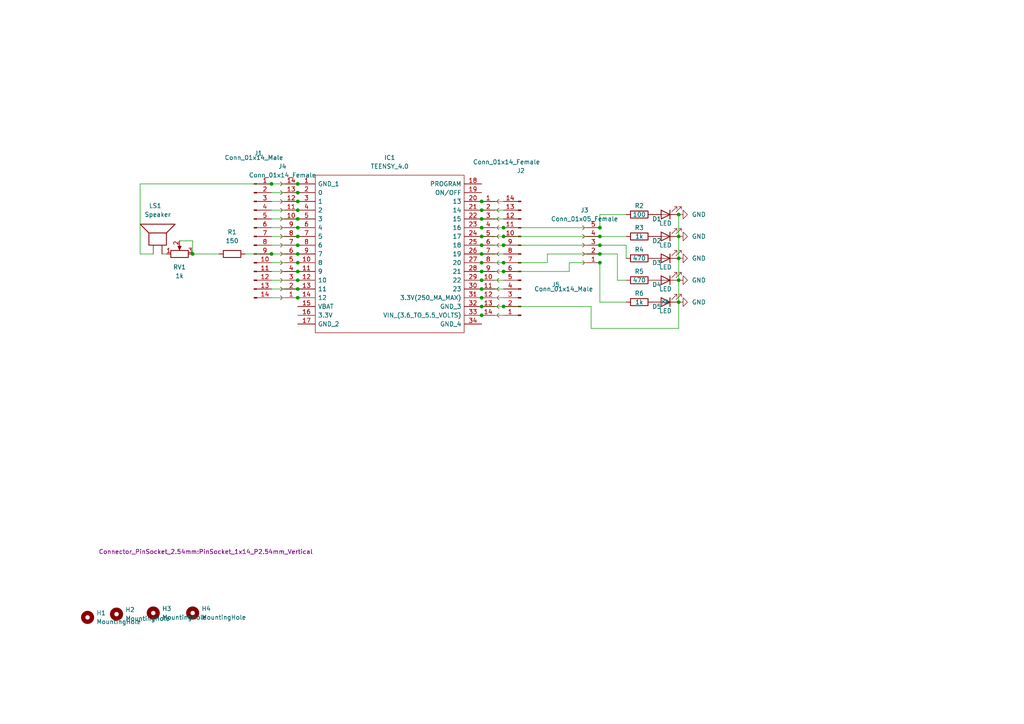
<source format=kicad_sch>
(kicad_sch (version 20211123) (generator eeschema)

  (uuid cd5b588d-0cf6-4e57-a1d9-d1767de16daf)

  (paper "A4")

  (lib_symbols
    (symbol "Connector:Conn_01x05_Female" (pin_names (offset 1.016) hide) (in_bom yes) (on_board yes)
      (property "Reference" "J" (id 0) (at 0 7.62 0)
        (effects (font (size 1.27 1.27)))
      )
      (property "Value" "Conn_01x05_Female" (id 1) (at 0 -7.62 0)
        (effects (font (size 1.27 1.27)))
      )
      (property "Footprint" "" (id 2) (at 0 0 0)
        (effects (font (size 1.27 1.27)) hide)
      )
      (property "Datasheet" "~" (id 3) (at 0 0 0)
        (effects (font (size 1.27 1.27)) hide)
      )
      (property "ki_keywords" "connector" (id 4) (at 0 0 0)
        (effects (font (size 1.27 1.27)) hide)
      )
      (property "ki_description" "Generic connector, single row, 01x05, script generated (kicad-library-utils/schlib/autogen/connector/)" (id 5) (at 0 0 0)
        (effects (font (size 1.27 1.27)) hide)
      )
      (property "ki_fp_filters" "Connector*:*_1x??_*" (id 6) (at 0 0 0)
        (effects (font (size 1.27 1.27)) hide)
      )
      (symbol "Conn_01x05_Female_1_1"
        (arc (start 0 -4.572) (mid -0.508 -5.08) (end 0 -5.588)
          (stroke (width 0.1524) (type default) (color 0 0 0 0))
          (fill (type none))
        )
        (arc (start 0 -2.032) (mid -0.508 -2.54) (end 0 -3.048)
          (stroke (width 0.1524) (type default) (color 0 0 0 0))
          (fill (type none))
        )
        (polyline
          (pts
            (xy -1.27 -5.08)
            (xy -0.508 -5.08)
          )
          (stroke (width 0.1524) (type default) (color 0 0 0 0))
          (fill (type none))
        )
        (polyline
          (pts
            (xy -1.27 -2.54)
            (xy -0.508 -2.54)
          )
          (stroke (width 0.1524) (type default) (color 0 0 0 0))
          (fill (type none))
        )
        (polyline
          (pts
            (xy -1.27 0)
            (xy -0.508 0)
          )
          (stroke (width 0.1524) (type default) (color 0 0 0 0))
          (fill (type none))
        )
        (polyline
          (pts
            (xy -1.27 2.54)
            (xy -0.508 2.54)
          )
          (stroke (width 0.1524) (type default) (color 0 0 0 0))
          (fill (type none))
        )
        (polyline
          (pts
            (xy -1.27 5.08)
            (xy -0.508 5.08)
          )
          (stroke (width 0.1524) (type default) (color 0 0 0 0))
          (fill (type none))
        )
        (arc (start 0 0.508) (mid -0.508 0) (end 0 -0.508)
          (stroke (width 0.1524) (type default) (color 0 0 0 0))
          (fill (type none))
        )
        (arc (start 0 3.048) (mid -0.508 2.54) (end 0 2.032)
          (stroke (width 0.1524) (type default) (color 0 0 0 0))
          (fill (type none))
        )
        (arc (start 0 5.588) (mid -0.508 5.08) (end 0 4.572)
          (stroke (width 0.1524) (type default) (color 0 0 0 0))
          (fill (type none))
        )
        (pin passive line (at -5.08 5.08 0) (length 3.81)
          (name "Pin_1" (effects (font (size 1.27 1.27))))
          (number "1" (effects (font (size 1.27 1.27))))
        )
        (pin passive line (at -5.08 2.54 0) (length 3.81)
          (name "Pin_2" (effects (font (size 1.27 1.27))))
          (number "2" (effects (font (size 1.27 1.27))))
        )
        (pin passive line (at -5.08 0 0) (length 3.81)
          (name "Pin_3" (effects (font (size 1.27 1.27))))
          (number "3" (effects (font (size 1.27 1.27))))
        )
        (pin passive line (at -5.08 -2.54 0) (length 3.81)
          (name "Pin_4" (effects (font (size 1.27 1.27))))
          (number "4" (effects (font (size 1.27 1.27))))
        )
        (pin passive line (at -5.08 -5.08 0) (length 3.81)
          (name "Pin_5" (effects (font (size 1.27 1.27))))
          (number "5" (effects (font (size 1.27 1.27))))
        )
      )
    )
    (symbol "Connector:Conn_01x14_Female" (pin_names (offset 1.016) hide) (in_bom yes) (on_board yes)
      (property "Reference" "J" (id 0) (at 0 17.78 0)
        (effects (font (size 1.27 1.27)))
      )
      (property "Value" "Conn_01x14_Female" (id 1) (at 0 -20.32 0)
        (effects (font (size 1.27 1.27)))
      )
      (property "Footprint" "" (id 2) (at 0 0 0)
        (effects (font (size 1.27 1.27)) hide)
      )
      (property "Datasheet" "~" (id 3) (at 0 0 0)
        (effects (font (size 1.27 1.27)) hide)
      )
      (property "ki_keywords" "connector" (id 4) (at 0 0 0)
        (effects (font (size 1.27 1.27)) hide)
      )
      (property "ki_description" "Generic connector, single row, 01x14, script generated (kicad-library-utils/schlib/autogen/connector/)" (id 5) (at 0 0 0)
        (effects (font (size 1.27 1.27)) hide)
      )
      (property "ki_fp_filters" "Connector*:*_1x??_*" (id 6) (at 0 0 0)
        (effects (font (size 1.27 1.27)) hide)
      )
      (symbol "Conn_01x14_Female_1_1"
        (arc (start 0 -17.272) (mid -0.508 -17.78) (end 0 -18.288)
          (stroke (width 0.1524) (type default) (color 0 0 0 0))
          (fill (type none))
        )
        (arc (start 0 -14.732) (mid -0.508 -15.24) (end 0 -15.748)
          (stroke (width 0.1524) (type default) (color 0 0 0 0))
          (fill (type none))
        )
        (arc (start 0 -12.192) (mid -0.508 -12.7) (end 0 -13.208)
          (stroke (width 0.1524) (type default) (color 0 0 0 0))
          (fill (type none))
        )
        (arc (start 0 -9.652) (mid -0.508 -10.16) (end 0 -10.668)
          (stroke (width 0.1524) (type default) (color 0 0 0 0))
          (fill (type none))
        )
        (arc (start 0 -7.112) (mid -0.508 -7.62) (end 0 -8.128)
          (stroke (width 0.1524) (type default) (color 0 0 0 0))
          (fill (type none))
        )
        (arc (start 0 -4.572) (mid -0.508 -5.08) (end 0 -5.588)
          (stroke (width 0.1524) (type default) (color 0 0 0 0))
          (fill (type none))
        )
        (arc (start 0 -2.032) (mid -0.508 -2.54) (end 0 -3.048)
          (stroke (width 0.1524) (type default) (color 0 0 0 0))
          (fill (type none))
        )
        (polyline
          (pts
            (xy -1.27 -17.78)
            (xy -0.508 -17.78)
          )
          (stroke (width 0.1524) (type default) (color 0 0 0 0))
          (fill (type none))
        )
        (polyline
          (pts
            (xy -1.27 -15.24)
            (xy -0.508 -15.24)
          )
          (stroke (width 0.1524) (type default) (color 0 0 0 0))
          (fill (type none))
        )
        (polyline
          (pts
            (xy -1.27 -12.7)
            (xy -0.508 -12.7)
          )
          (stroke (width 0.1524) (type default) (color 0 0 0 0))
          (fill (type none))
        )
        (polyline
          (pts
            (xy -1.27 -10.16)
            (xy -0.508 -10.16)
          )
          (stroke (width 0.1524) (type default) (color 0 0 0 0))
          (fill (type none))
        )
        (polyline
          (pts
            (xy -1.27 -7.62)
            (xy -0.508 -7.62)
          )
          (stroke (width 0.1524) (type default) (color 0 0 0 0))
          (fill (type none))
        )
        (polyline
          (pts
            (xy -1.27 -5.08)
            (xy -0.508 -5.08)
          )
          (stroke (width 0.1524) (type default) (color 0 0 0 0))
          (fill (type none))
        )
        (polyline
          (pts
            (xy -1.27 -2.54)
            (xy -0.508 -2.54)
          )
          (stroke (width 0.1524) (type default) (color 0 0 0 0))
          (fill (type none))
        )
        (polyline
          (pts
            (xy -1.27 0)
            (xy -0.508 0)
          )
          (stroke (width 0.1524) (type default) (color 0 0 0 0))
          (fill (type none))
        )
        (polyline
          (pts
            (xy -1.27 2.54)
            (xy -0.508 2.54)
          )
          (stroke (width 0.1524) (type default) (color 0 0 0 0))
          (fill (type none))
        )
        (polyline
          (pts
            (xy -1.27 5.08)
            (xy -0.508 5.08)
          )
          (stroke (width 0.1524) (type default) (color 0 0 0 0))
          (fill (type none))
        )
        (polyline
          (pts
            (xy -1.27 7.62)
            (xy -0.508 7.62)
          )
          (stroke (width 0.1524) (type default) (color 0 0 0 0))
          (fill (type none))
        )
        (polyline
          (pts
            (xy -1.27 10.16)
            (xy -0.508 10.16)
          )
          (stroke (width 0.1524) (type default) (color 0 0 0 0))
          (fill (type none))
        )
        (polyline
          (pts
            (xy -1.27 12.7)
            (xy -0.508 12.7)
          )
          (stroke (width 0.1524) (type default) (color 0 0 0 0))
          (fill (type none))
        )
        (polyline
          (pts
            (xy -1.27 15.24)
            (xy -0.508 15.24)
          )
          (stroke (width 0.1524) (type default) (color 0 0 0 0))
          (fill (type none))
        )
        (arc (start 0 0.508) (mid -0.508 0) (end 0 -0.508)
          (stroke (width 0.1524) (type default) (color 0 0 0 0))
          (fill (type none))
        )
        (arc (start 0 3.048) (mid -0.508 2.54) (end 0 2.032)
          (stroke (width 0.1524) (type default) (color 0 0 0 0))
          (fill (type none))
        )
        (arc (start 0 5.588) (mid -0.508 5.08) (end 0 4.572)
          (stroke (width 0.1524) (type default) (color 0 0 0 0))
          (fill (type none))
        )
        (arc (start 0 8.128) (mid -0.508 7.62) (end 0 7.112)
          (stroke (width 0.1524) (type default) (color 0 0 0 0))
          (fill (type none))
        )
        (arc (start 0 10.668) (mid -0.508 10.16) (end 0 9.652)
          (stroke (width 0.1524) (type default) (color 0 0 0 0))
          (fill (type none))
        )
        (arc (start 0 13.208) (mid -0.508 12.7) (end 0 12.192)
          (stroke (width 0.1524) (type default) (color 0 0 0 0))
          (fill (type none))
        )
        (arc (start 0 15.748) (mid -0.508 15.24) (end 0 14.732)
          (stroke (width 0.1524) (type default) (color 0 0 0 0))
          (fill (type none))
        )
        (pin passive line (at -5.08 15.24 0) (length 3.81)
          (name "Pin_1" (effects (font (size 1.27 1.27))))
          (number "1" (effects (font (size 1.27 1.27))))
        )
        (pin passive line (at -5.08 -7.62 0) (length 3.81)
          (name "Pin_10" (effects (font (size 1.27 1.27))))
          (number "10" (effects (font (size 1.27 1.27))))
        )
        (pin passive line (at -5.08 -10.16 0) (length 3.81)
          (name "Pin_11" (effects (font (size 1.27 1.27))))
          (number "11" (effects (font (size 1.27 1.27))))
        )
        (pin passive line (at -5.08 -12.7 0) (length 3.81)
          (name "Pin_12" (effects (font (size 1.27 1.27))))
          (number "12" (effects (font (size 1.27 1.27))))
        )
        (pin passive line (at -5.08 -15.24 0) (length 3.81)
          (name "Pin_13" (effects (font (size 1.27 1.27))))
          (number "13" (effects (font (size 1.27 1.27))))
        )
        (pin passive line (at -5.08 -17.78 0) (length 3.81)
          (name "Pin_14" (effects (font (size 1.27 1.27))))
          (number "14" (effects (font (size 1.27 1.27))))
        )
        (pin passive line (at -5.08 12.7 0) (length 3.81)
          (name "Pin_2" (effects (font (size 1.27 1.27))))
          (number "2" (effects (font (size 1.27 1.27))))
        )
        (pin passive line (at -5.08 10.16 0) (length 3.81)
          (name "Pin_3" (effects (font (size 1.27 1.27))))
          (number "3" (effects (font (size 1.27 1.27))))
        )
        (pin passive line (at -5.08 7.62 0) (length 3.81)
          (name "Pin_4" (effects (font (size 1.27 1.27))))
          (number "4" (effects (font (size 1.27 1.27))))
        )
        (pin passive line (at -5.08 5.08 0) (length 3.81)
          (name "Pin_5" (effects (font (size 1.27 1.27))))
          (number "5" (effects (font (size 1.27 1.27))))
        )
        (pin passive line (at -5.08 2.54 0) (length 3.81)
          (name "Pin_6" (effects (font (size 1.27 1.27))))
          (number "6" (effects (font (size 1.27 1.27))))
        )
        (pin passive line (at -5.08 0 0) (length 3.81)
          (name "Pin_7" (effects (font (size 1.27 1.27))))
          (number "7" (effects (font (size 1.27 1.27))))
        )
        (pin passive line (at -5.08 -2.54 0) (length 3.81)
          (name "Pin_8" (effects (font (size 1.27 1.27))))
          (number "8" (effects (font (size 1.27 1.27))))
        )
        (pin passive line (at -5.08 -5.08 0) (length 3.81)
          (name "Pin_9" (effects (font (size 1.27 1.27))))
          (number "9" (effects (font (size 1.27 1.27))))
        )
      )
    )
    (symbol "Connector:Conn_01x14_Male" (pin_names (offset 1.016) hide) (in_bom yes) (on_board yes)
      (property "Reference" "J" (id 0) (at 0 17.78 0)
        (effects (font (size 1.27 1.27)))
      )
      (property "Value" "Conn_01x14_Male" (id 1) (at 0 -20.32 0)
        (effects (font (size 1.27 1.27)))
      )
      (property "Footprint" "" (id 2) (at 0 0 0)
        (effects (font (size 1.27 1.27)) hide)
      )
      (property "Datasheet" "~" (id 3) (at 0 0 0)
        (effects (font (size 1.27 1.27)) hide)
      )
      (property "ki_keywords" "connector" (id 4) (at 0 0 0)
        (effects (font (size 1.27 1.27)) hide)
      )
      (property "ki_description" "Generic connector, single row, 01x14, script generated (kicad-library-utils/schlib/autogen/connector/)" (id 5) (at 0 0 0)
        (effects (font (size 1.27 1.27)) hide)
      )
      (property "ki_fp_filters" "Connector*:*_1x??_*" (id 6) (at 0 0 0)
        (effects (font (size 1.27 1.27)) hide)
      )
      (symbol "Conn_01x14_Male_1_1"
        (polyline
          (pts
            (xy 1.27 -17.78)
            (xy 0.8636 -17.78)
          )
          (stroke (width 0.1524) (type default) (color 0 0 0 0))
          (fill (type none))
        )
        (polyline
          (pts
            (xy 1.27 -15.24)
            (xy 0.8636 -15.24)
          )
          (stroke (width 0.1524) (type default) (color 0 0 0 0))
          (fill (type none))
        )
        (polyline
          (pts
            (xy 1.27 -12.7)
            (xy 0.8636 -12.7)
          )
          (stroke (width 0.1524) (type default) (color 0 0 0 0))
          (fill (type none))
        )
        (polyline
          (pts
            (xy 1.27 -10.16)
            (xy 0.8636 -10.16)
          )
          (stroke (width 0.1524) (type default) (color 0 0 0 0))
          (fill (type none))
        )
        (polyline
          (pts
            (xy 1.27 -7.62)
            (xy 0.8636 -7.62)
          )
          (stroke (width 0.1524) (type default) (color 0 0 0 0))
          (fill (type none))
        )
        (polyline
          (pts
            (xy 1.27 -5.08)
            (xy 0.8636 -5.08)
          )
          (stroke (width 0.1524) (type default) (color 0 0 0 0))
          (fill (type none))
        )
        (polyline
          (pts
            (xy 1.27 -2.54)
            (xy 0.8636 -2.54)
          )
          (stroke (width 0.1524) (type default) (color 0 0 0 0))
          (fill (type none))
        )
        (polyline
          (pts
            (xy 1.27 0)
            (xy 0.8636 0)
          )
          (stroke (width 0.1524) (type default) (color 0 0 0 0))
          (fill (type none))
        )
        (polyline
          (pts
            (xy 1.27 2.54)
            (xy 0.8636 2.54)
          )
          (stroke (width 0.1524) (type default) (color 0 0 0 0))
          (fill (type none))
        )
        (polyline
          (pts
            (xy 1.27 5.08)
            (xy 0.8636 5.08)
          )
          (stroke (width 0.1524) (type default) (color 0 0 0 0))
          (fill (type none))
        )
        (polyline
          (pts
            (xy 1.27 7.62)
            (xy 0.8636 7.62)
          )
          (stroke (width 0.1524) (type default) (color 0 0 0 0))
          (fill (type none))
        )
        (polyline
          (pts
            (xy 1.27 10.16)
            (xy 0.8636 10.16)
          )
          (stroke (width 0.1524) (type default) (color 0 0 0 0))
          (fill (type none))
        )
        (polyline
          (pts
            (xy 1.27 12.7)
            (xy 0.8636 12.7)
          )
          (stroke (width 0.1524) (type default) (color 0 0 0 0))
          (fill (type none))
        )
        (polyline
          (pts
            (xy 1.27 15.24)
            (xy 0.8636 15.24)
          )
          (stroke (width 0.1524) (type default) (color 0 0 0 0))
          (fill (type none))
        )
        (rectangle (start 0.8636 -17.653) (end 0 -17.907)
          (stroke (width 0.1524) (type default) (color 0 0 0 0))
          (fill (type outline))
        )
        (rectangle (start 0.8636 -15.113) (end 0 -15.367)
          (stroke (width 0.1524) (type default) (color 0 0 0 0))
          (fill (type outline))
        )
        (rectangle (start 0.8636 -12.573) (end 0 -12.827)
          (stroke (width 0.1524) (type default) (color 0 0 0 0))
          (fill (type outline))
        )
        (rectangle (start 0.8636 -10.033) (end 0 -10.287)
          (stroke (width 0.1524) (type default) (color 0 0 0 0))
          (fill (type outline))
        )
        (rectangle (start 0.8636 -7.493) (end 0 -7.747)
          (stroke (width 0.1524) (type default) (color 0 0 0 0))
          (fill (type outline))
        )
        (rectangle (start 0.8636 -4.953) (end 0 -5.207)
          (stroke (width 0.1524) (type default) (color 0 0 0 0))
          (fill (type outline))
        )
        (rectangle (start 0.8636 -2.413) (end 0 -2.667)
          (stroke (width 0.1524) (type default) (color 0 0 0 0))
          (fill (type outline))
        )
        (rectangle (start 0.8636 0.127) (end 0 -0.127)
          (stroke (width 0.1524) (type default) (color 0 0 0 0))
          (fill (type outline))
        )
        (rectangle (start 0.8636 2.667) (end 0 2.413)
          (stroke (width 0.1524) (type default) (color 0 0 0 0))
          (fill (type outline))
        )
        (rectangle (start 0.8636 5.207) (end 0 4.953)
          (stroke (width 0.1524) (type default) (color 0 0 0 0))
          (fill (type outline))
        )
        (rectangle (start 0.8636 7.747) (end 0 7.493)
          (stroke (width 0.1524) (type default) (color 0 0 0 0))
          (fill (type outline))
        )
        (rectangle (start 0.8636 10.287) (end 0 10.033)
          (stroke (width 0.1524) (type default) (color 0 0 0 0))
          (fill (type outline))
        )
        (rectangle (start 0.8636 12.827) (end 0 12.573)
          (stroke (width 0.1524) (type default) (color 0 0 0 0))
          (fill (type outline))
        )
        (rectangle (start 0.8636 15.367) (end 0 15.113)
          (stroke (width 0.1524) (type default) (color 0 0 0 0))
          (fill (type outline))
        )
        (pin passive line (at 5.08 15.24 180) (length 3.81)
          (name "Pin_1" (effects (font (size 1.27 1.27))))
          (number "1" (effects (font (size 1.27 1.27))))
        )
        (pin passive line (at 5.08 -7.62 180) (length 3.81)
          (name "Pin_10" (effects (font (size 1.27 1.27))))
          (number "10" (effects (font (size 1.27 1.27))))
        )
        (pin passive line (at 5.08 -10.16 180) (length 3.81)
          (name "Pin_11" (effects (font (size 1.27 1.27))))
          (number "11" (effects (font (size 1.27 1.27))))
        )
        (pin passive line (at 5.08 -12.7 180) (length 3.81)
          (name "Pin_12" (effects (font (size 1.27 1.27))))
          (number "12" (effects (font (size 1.27 1.27))))
        )
        (pin passive line (at 5.08 -15.24 180) (length 3.81)
          (name "Pin_13" (effects (font (size 1.27 1.27))))
          (number "13" (effects (font (size 1.27 1.27))))
        )
        (pin passive line (at 5.08 -17.78 180) (length 3.81)
          (name "Pin_14" (effects (font (size 1.27 1.27))))
          (number "14" (effects (font (size 1.27 1.27))))
        )
        (pin passive line (at 5.08 12.7 180) (length 3.81)
          (name "Pin_2" (effects (font (size 1.27 1.27))))
          (number "2" (effects (font (size 1.27 1.27))))
        )
        (pin passive line (at 5.08 10.16 180) (length 3.81)
          (name "Pin_3" (effects (font (size 1.27 1.27))))
          (number "3" (effects (font (size 1.27 1.27))))
        )
        (pin passive line (at 5.08 7.62 180) (length 3.81)
          (name "Pin_4" (effects (font (size 1.27 1.27))))
          (number "4" (effects (font (size 1.27 1.27))))
        )
        (pin passive line (at 5.08 5.08 180) (length 3.81)
          (name "Pin_5" (effects (font (size 1.27 1.27))))
          (number "5" (effects (font (size 1.27 1.27))))
        )
        (pin passive line (at 5.08 2.54 180) (length 3.81)
          (name "Pin_6" (effects (font (size 1.27 1.27))))
          (number "6" (effects (font (size 1.27 1.27))))
        )
        (pin passive line (at 5.08 0 180) (length 3.81)
          (name "Pin_7" (effects (font (size 1.27 1.27))))
          (number "7" (effects (font (size 1.27 1.27))))
        )
        (pin passive line (at 5.08 -2.54 180) (length 3.81)
          (name "Pin_8" (effects (font (size 1.27 1.27))))
          (number "8" (effects (font (size 1.27 1.27))))
        )
        (pin passive line (at 5.08 -5.08 180) (length 3.81)
          (name "Pin_9" (effects (font (size 1.27 1.27))))
          (number "9" (effects (font (size 1.27 1.27))))
        )
      )
    )
    (symbol "Device:LED" (pin_numbers hide) (pin_names (offset 1.016) hide) (in_bom yes) (on_board yes)
      (property "Reference" "D" (id 0) (at 0 2.54 0)
        (effects (font (size 1.27 1.27)))
      )
      (property "Value" "LED" (id 1) (at 0 -2.54 0)
        (effects (font (size 1.27 1.27)))
      )
      (property "Footprint" "" (id 2) (at 0 0 0)
        (effects (font (size 1.27 1.27)) hide)
      )
      (property "Datasheet" "~" (id 3) (at 0 0 0)
        (effects (font (size 1.27 1.27)) hide)
      )
      (property "ki_keywords" "LED diode" (id 4) (at 0 0 0)
        (effects (font (size 1.27 1.27)) hide)
      )
      (property "ki_description" "Light emitting diode" (id 5) (at 0 0 0)
        (effects (font (size 1.27 1.27)) hide)
      )
      (property "ki_fp_filters" "LED* LED_SMD:* LED_THT:*" (id 6) (at 0 0 0)
        (effects (font (size 1.27 1.27)) hide)
      )
      (symbol "LED_0_1"
        (polyline
          (pts
            (xy -1.27 -1.27)
            (xy -1.27 1.27)
          )
          (stroke (width 0.254) (type default) (color 0 0 0 0))
          (fill (type none))
        )
        (polyline
          (pts
            (xy -1.27 0)
            (xy 1.27 0)
          )
          (stroke (width 0) (type default) (color 0 0 0 0))
          (fill (type none))
        )
        (polyline
          (pts
            (xy 1.27 -1.27)
            (xy 1.27 1.27)
            (xy -1.27 0)
            (xy 1.27 -1.27)
          )
          (stroke (width 0.254) (type default) (color 0 0 0 0))
          (fill (type none))
        )
        (polyline
          (pts
            (xy -3.048 -0.762)
            (xy -4.572 -2.286)
            (xy -3.81 -2.286)
            (xy -4.572 -2.286)
            (xy -4.572 -1.524)
          )
          (stroke (width 0) (type default) (color 0 0 0 0))
          (fill (type none))
        )
        (polyline
          (pts
            (xy -1.778 -0.762)
            (xy -3.302 -2.286)
            (xy -2.54 -2.286)
            (xy -3.302 -2.286)
            (xy -3.302 -1.524)
          )
          (stroke (width 0) (type default) (color 0 0 0 0))
          (fill (type none))
        )
      )
      (symbol "LED_1_1"
        (pin passive line (at -3.81 0 0) (length 2.54)
          (name "K" (effects (font (size 1.27 1.27))))
          (number "1" (effects (font (size 1.27 1.27))))
        )
        (pin passive line (at 3.81 0 180) (length 2.54)
          (name "A" (effects (font (size 1.27 1.27))))
          (number "2" (effects (font (size 1.27 1.27))))
        )
      )
    )
    (symbol "Device:R" (pin_numbers hide) (pin_names (offset 0)) (in_bom yes) (on_board yes)
      (property "Reference" "R" (id 0) (at 2.032 0 90)
        (effects (font (size 1.27 1.27)))
      )
      (property "Value" "R" (id 1) (at 0 0 90)
        (effects (font (size 1.27 1.27)))
      )
      (property "Footprint" "" (id 2) (at -1.778 0 90)
        (effects (font (size 1.27 1.27)) hide)
      )
      (property "Datasheet" "~" (id 3) (at 0 0 0)
        (effects (font (size 1.27 1.27)) hide)
      )
      (property "ki_keywords" "R res resistor" (id 4) (at 0 0 0)
        (effects (font (size 1.27 1.27)) hide)
      )
      (property "ki_description" "Resistor" (id 5) (at 0 0 0)
        (effects (font (size 1.27 1.27)) hide)
      )
      (property "ki_fp_filters" "R_*" (id 6) (at 0 0 0)
        (effects (font (size 1.27 1.27)) hide)
      )
      (symbol "R_0_1"
        (rectangle (start -1.016 -2.54) (end 1.016 2.54)
          (stroke (width 0.254) (type default) (color 0 0 0 0))
          (fill (type none))
        )
      )
      (symbol "R_1_1"
        (pin passive line (at 0 3.81 270) (length 1.27)
          (name "~" (effects (font (size 1.27 1.27))))
          (number "1" (effects (font (size 1.27 1.27))))
        )
        (pin passive line (at 0 -3.81 90) (length 1.27)
          (name "~" (effects (font (size 1.27 1.27))))
          (number "2" (effects (font (size 1.27 1.27))))
        )
      )
    )
    (symbol "Device:R_Potentiometer" (pin_names (offset 1.016) hide) (in_bom yes) (on_board yes)
      (property "Reference" "RV" (id 0) (at -4.445 0 90)
        (effects (font (size 1.27 1.27)))
      )
      (property "Value" "R_Potentiometer" (id 1) (at -2.54 0 90)
        (effects (font (size 1.27 1.27)))
      )
      (property "Footprint" "" (id 2) (at 0 0 0)
        (effects (font (size 1.27 1.27)) hide)
      )
      (property "Datasheet" "~" (id 3) (at 0 0 0)
        (effects (font (size 1.27 1.27)) hide)
      )
      (property "ki_keywords" "resistor variable" (id 4) (at 0 0 0)
        (effects (font (size 1.27 1.27)) hide)
      )
      (property "ki_description" "Potentiometer" (id 5) (at 0 0 0)
        (effects (font (size 1.27 1.27)) hide)
      )
      (property "ki_fp_filters" "Potentiometer*" (id 6) (at 0 0 0)
        (effects (font (size 1.27 1.27)) hide)
      )
      (symbol "R_Potentiometer_0_1"
        (polyline
          (pts
            (xy 2.54 0)
            (xy 1.524 0)
          )
          (stroke (width 0) (type default) (color 0 0 0 0))
          (fill (type none))
        )
        (polyline
          (pts
            (xy 1.143 0)
            (xy 2.286 0.508)
            (xy 2.286 -0.508)
            (xy 1.143 0)
          )
          (stroke (width 0) (type default) (color 0 0 0 0))
          (fill (type outline))
        )
        (rectangle (start 1.016 2.54) (end -1.016 -2.54)
          (stroke (width 0.254) (type default) (color 0 0 0 0))
          (fill (type none))
        )
      )
      (symbol "R_Potentiometer_1_1"
        (pin passive line (at 0 3.81 270) (length 1.27)
          (name "1" (effects (font (size 1.27 1.27))))
          (number "1" (effects (font (size 1.27 1.27))))
        )
        (pin passive line (at 3.81 0 180) (length 1.27)
          (name "2" (effects (font (size 1.27 1.27))))
          (number "2" (effects (font (size 1.27 1.27))))
        )
        (pin passive line (at 0 -3.81 90) (length 1.27)
          (name "3" (effects (font (size 1.27 1.27))))
          (number "3" (effects (font (size 1.27 1.27))))
        )
      )
    )
    (symbol "Device:Speaker" (pin_numbers hide) (pin_names (offset 0) hide) (in_bom yes) (on_board yes)
      (property "Reference" "LS" (id 0) (at 1.27 5.715 0)
        (effects (font (size 1.27 1.27)) (justify right))
      )
      (property "Value" "Speaker" (id 1) (at 1.27 3.81 0)
        (effects (font (size 1.27 1.27)) (justify right))
      )
      (property "Footprint" "" (id 2) (at 0 -5.08 0)
        (effects (font (size 1.27 1.27)) hide)
      )
      (property "Datasheet" "~" (id 3) (at -0.254 -1.27 0)
        (effects (font (size 1.27 1.27)) hide)
      )
      (property "ki_keywords" "speaker sound" (id 4) (at 0 0 0)
        (effects (font (size 1.27 1.27)) hide)
      )
      (property "ki_description" "Speaker" (id 5) (at 0 0 0)
        (effects (font (size 1.27 1.27)) hide)
      )
      (symbol "Speaker_0_0"
        (rectangle (start -2.54 1.27) (end 1.016 -3.81)
          (stroke (width 0.254) (type default) (color 0 0 0 0))
          (fill (type none))
        )
        (polyline
          (pts
            (xy 1.016 1.27)
            (xy 3.556 3.81)
            (xy 3.556 -6.35)
            (xy 1.016 -3.81)
          )
          (stroke (width 0.254) (type default) (color 0 0 0 0))
          (fill (type none))
        )
      )
      (symbol "Speaker_1_1"
        (pin input line (at -5.08 0 0) (length 2.54)
          (name "1" (effects (font (size 1.27 1.27))))
          (number "1" (effects (font (size 1.27 1.27))))
        )
        (pin input line (at -5.08 -2.54 0) (length 2.54)
          (name "2" (effects (font (size 1.27 1.27))))
          (number "2" (effects (font (size 1.27 1.27))))
        )
      )
    )
    (symbol "LED_1" (pin_numbers hide) (pin_names (offset 1.016)) (in_bom yes) (on_board yes)
      (property "Reference" "D" (id 0) (at 0 2.54 0)
        (effects (font (size 1.27 1.27)))
      )
      (property "Value" "LED_1" (id 1) (at 0 -2.54 0)
        (effects (font (size 1.27 1.27)))
      )
      (property "Footprint" "" (id 2) (at 0 0 0)
        (effects (font (size 1.27 1.27)) hide)
      )
      (property "Datasheet" "~" (id 3) (at 0 0 0)
        (effects (font (size 1.27 1.27)) hide)
      )
      (property "ki_keywords" "LED diode" (id 4) (at 0 0 0)
        (effects (font (size 1.27 1.27)) hide)
      )
      (property "ki_description" "Light emitting diode" (id 5) (at 0 0 0)
        (effects (font (size 1.27 1.27)) hide)
      )
      (property "ki_fp_filters" "LED* LED_SMD:* LED_THT:*" (id 6) (at 0 0 0)
        (effects (font (size 1.27 1.27)) hide)
      )
      (symbol "LED_1_0_1"
        (polyline
          (pts
            (xy -1.27 -1.27)
            (xy -1.27 1.27)
          )
          (stroke (width 0.254) (type default) (color 0 0 0 0))
          (fill (type none))
        )
        (polyline
          (pts
            (xy -1.27 0)
            (xy 1.27 0)
          )
          (stroke (width 0) (type default) (color 0 0 0 0))
          (fill (type none))
        )
        (polyline
          (pts
            (xy 1.27 -1.27)
            (xy 1.27 1.27)
            (xy -1.27 0)
            (xy 1.27 -1.27)
          )
          (stroke (width 0.254) (type default) (color 0 0 0 0))
          (fill (type none))
        )
        (polyline
          (pts
            (xy -3.048 -0.762)
            (xy -4.572 -2.286)
            (xy -3.81 -2.286)
            (xy -4.572 -2.286)
            (xy -4.572 -1.524)
          )
          (stroke (width 0) (type default) (color 0 0 0 0))
          (fill (type none))
        )
        (polyline
          (pts
            (xy -1.778 -0.762)
            (xy -3.302 -2.286)
            (xy -2.54 -2.286)
            (xy -3.302 -2.286)
            (xy -3.302 -1.524)
          )
          (stroke (width 0) (type default) (color 0 0 0 0))
          (fill (type none))
        )
      )
      (symbol "LED_1_1_1"
        (pin passive line (at -3.81 0 0) (length 2.54)
          (name "K" (effects (font (size 1.27 1.27))))
          (number "1" (effects (font (size 1.27 1.27))))
        )
        (pin passive line (at 3.81 0 180) (length 2.54)
          (name "A" (effects (font (size 1.27 1.27))))
          (number "2" (effects (font (size 1.27 1.27))))
        )
      )
    )
    (symbol "Mechanical:MountingHole" (pin_names (offset 1.016)) (in_bom yes) (on_board yes)
      (property "Reference" "H" (id 0) (at 0 5.08 0)
        (effects (font (size 1.27 1.27)))
      )
      (property "Value" "MountingHole" (id 1) (at 0 3.175 0)
        (effects (font (size 1.27 1.27)))
      )
      (property "Footprint" "" (id 2) (at 0 0 0)
        (effects (font (size 1.27 1.27)) hide)
      )
      (property "Datasheet" "~" (id 3) (at 0 0 0)
        (effects (font (size 1.27 1.27)) hide)
      )
      (property "ki_keywords" "mounting hole" (id 4) (at 0 0 0)
        (effects (font (size 1.27 1.27)) hide)
      )
      (property "ki_description" "Mounting Hole without connection" (id 5) (at 0 0 0)
        (effects (font (size 1.27 1.27)) hide)
      )
      (property "ki_fp_filters" "MountingHole*" (id 6) (at 0 0 0)
        (effects (font (size 1.27 1.27)) hide)
      )
      (symbol "MountingHole_0_1"
        (circle (center 0 0) (radius 1.27)
          (stroke (width 1.27) (type default) (color 0 0 0 0))
          (fill (type none))
        )
      )
    )
    (symbol "TEENSY_4.0:TEENSY_4.0" (pin_names (offset 0.762)) (in_bom yes) (on_board yes)
      (property "Reference" "IC" (id 0) (at 49.53 7.62 0)
        (effects (font (size 1.27 1.27)) (justify left))
      )
      (property "Value" "TEENSY_4.0" (id 1) (at 49.53 5.08 0)
        (effects (font (size 1.27 1.27)) (justify left))
      )
      (property "Footprint" "TEENSY40" (id 2) (at 49.53 2.54 0)
        (effects (font (size 1.27 1.27)) (justify left) hide)
      )
      (property "Datasheet" "https://www.pjrc.com/store/teensy40.html" (id 3) (at 49.53 0 0)
        (effects (font (size 1.27 1.27)) (justify left) hide)
      )
      (property "Description" "Teensy USB Board, Version 4.0" (id 4) (at 49.53 -2.54 0)
        (effects (font (size 1.27 1.27)) (justify left) hide)
      )
      (property "Height" "4.64" (id 5) (at 49.53 -5.08 0)
        (effects (font (size 1.27 1.27)) (justify left) hide)
      )
      (property "Manufacturer_Name" "Teensy" (id 6) (at 49.53 -7.62 0)
        (effects (font (size 1.27 1.27)) (justify left) hide)
      )
      (property "Manufacturer_Part_Number" "TEENSY 4.0" (id 7) (at 49.53 -10.16 0)
        (effects (font (size 1.27 1.27)) (justify left) hide)
      )
      (property "Mouser Part Number" "" (id 8) (at 49.53 -12.7 0)
        (effects (font (size 1.27 1.27)) (justify left) hide)
      )
      (property "Mouser Price/Stock" "" (id 9) (at 49.53 -15.24 0)
        (effects (font (size 1.27 1.27)) (justify left) hide)
      )
      (property "Arrow Part Number" "" (id 10) (at 49.53 -17.78 0)
        (effects (font (size 1.27 1.27)) (justify left) hide)
      )
      (property "Arrow Price/Stock" "" (id 11) (at 49.53 -20.32 0)
        (effects (font (size 1.27 1.27)) (justify left) hide)
      )
      (property "Mouser Testing Part Number" "" (id 12) (at 49.53 -22.86 0)
        (effects (font (size 1.27 1.27)) (justify left) hide)
      )
      (property "Mouser Testing Price/Stock" "" (id 13) (at 49.53 -25.4 0)
        (effects (font (size 1.27 1.27)) (justify left) hide)
      )
      (property "ki_description" "Teensy USB Board, Version 4.0" (id 14) (at 0 0 0)
        (effects (font (size 1.27 1.27)) hide)
      )
      (symbol "TEENSY_4.0_0_0"
        (pin passive line (at 0 0 0) (length 5.08)
          (name "GND_1" (effects (font (size 1.27 1.27))))
          (number "1" (effects (font (size 1.27 1.27))))
        )
        (pin passive line (at 0 -22.86 0) (length 5.08)
          (name "8" (effects (font (size 1.27 1.27))))
          (number "10" (effects (font (size 1.27 1.27))))
        )
        (pin passive line (at 0 -25.4 0) (length 5.08)
          (name "9" (effects (font (size 1.27 1.27))))
          (number "11" (effects (font (size 1.27 1.27))))
        )
        (pin passive line (at 0 -27.94 0) (length 5.08)
          (name "10" (effects (font (size 1.27 1.27))))
          (number "12" (effects (font (size 1.27 1.27))))
        )
        (pin passive line (at 0 -30.48 0) (length 5.08)
          (name "11" (effects (font (size 1.27 1.27))))
          (number "13" (effects (font (size 1.27 1.27))))
        )
        (pin passive line (at 0 -33.02 0) (length 5.08)
          (name "12" (effects (font (size 1.27 1.27))))
          (number "14" (effects (font (size 1.27 1.27))))
        )
        (pin passive line (at 0 -35.56 0) (length 5.08)
          (name "VBAT" (effects (font (size 1.27 1.27))))
          (number "15" (effects (font (size 1.27 1.27))))
        )
        (pin passive line (at 0 -38.1 0) (length 5.08)
          (name "3.3V" (effects (font (size 1.27 1.27))))
          (number "16" (effects (font (size 1.27 1.27))))
        )
        (pin passive line (at 0 -40.64 0) (length 5.08)
          (name "GND_2" (effects (font (size 1.27 1.27))))
          (number "17" (effects (font (size 1.27 1.27))))
        )
        (pin passive line (at 53.34 0 180) (length 5.08)
          (name "PROGRAM" (effects (font (size 1.27 1.27))))
          (number "18" (effects (font (size 1.27 1.27))))
        )
        (pin passive line (at 53.34 -2.54 180) (length 5.08)
          (name "ON/OFF" (effects (font (size 1.27 1.27))))
          (number "19" (effects (font (size 1.27 1.27))))
        )
        (pin passive line (at 0 -2.54 0) (length 5.08)
          (name "0" (effects (font (size 1.27 1.27))))
          (number "2" (effects (font (size 1.27 1.27))))
        )
        (pin passive line (at 53.34 -5.08 180) (length 5.08)
          (name "13" (effects (font (size 1.27 1.27))))
          (number "20" (effects (font (size 1.27 1.27))))
        )
        (pin passive line (at 53.34 -7.62 180) (length 5.08)
          (name "14" (effects (font (size 1.27 1.27))))
          (number "21" (effects (font (size 1.27 1.27))))
        )
        (pin passive line (at 53.34 -10.16 180) (length 5.08)
          (name "15" (effects (font (size 1.27 1.27))))
          (number "22" (effects (font (size 1.27 1.27))))
        )
        (pin passive line (at 53.34 -12.7 180) (length 5.08)
          (name "16" (effects (font (size 1.27 1.27))))
          (number "23" (effects (font (size 1.27 1.27))))
        )
        (pin passive line (at 53.34 -15.24 180) (length 5.08)
          (name "17" (effects (font (size 1.27 1.27))))
          (number "24" (effects (font (size 1.27 1.27))))
        )
        (pin passive line (at 53.34 -17.78 180) (length 5.08)
          (name "18" (effects (font (size 1.27 1.27))))
          (number "25" (effects (font (size 1.27 1.27))))
        )
        (pin passive line (at 53.34 -20.32 180) (length 5.08)
          (name "19" (effects (font (size 1.27 1.27))))
          (number "26" (effects (font (size 1.27 1.27))))
        )
        (pin passive line (at 53.34 -22.86 180) (length 5.08)
          (name "20" (effects (font (size 1.27 1.27))))
          (number "27" (effects (font (size 1.27 1.27))))
        )
        (pin passive line (at 53.34 -25.4 180) (length 5.08)
          (name "21" (effects (font (size 1.27 1.27))))
          (number "28" (effects (font (size 1.27 1.27))))
        )
        (pin passive line (at 53.34 -27.94 180) (length 5.08)
          (name "22" (effects (font (size 1.27 1.27))))
          (number "29" (effects (font (size 1.27 1.27))))
        )
        (pin passive line (at 0 -5.08 0) (length 5.08)
          (name "1" (effects (font (size 1.27 1.27))))
          (number "3" (effects (font (size 1.27 1.27))))
        )
        (pin passive line (at 53.34 -30.48 180) (length 5.08)
          (name "23" (effects (font (size 1.27 1.27))))
          (number "30" (effects (font (size 1.27 1.27))))
        )
        (pin passive line (at 53.34 -33.02 180) (length 5.08)
          (name "3.3V(250_MA_MAX)" (effects (font (size 1.27 1.27))))
          (number "31" (effects (font (size 1.27 1.27))))
        )
        (pin passive line (at 53.34 -35.56 180) (length 5.08)
          (name "GND_3" (effects (font (size 1.27 1.27))))
          (number "32" (effects (font (size 1.27 1.27))))
        )
        (pin passive line (at 53.34 -38.1 180) (length 5.08)
          (name "VIN_(3.6_TO_5.5_VOLTS)" (effects (font (size 1.27 1.27))))
          (number "33" (effects (font (size 1.27 1.27))))
        )
        (pin passive line (at 53.34 -40.64 180) (length 5.08)
          (name "GND_4" (effects (font (size 1.27 1.27))))
          (number "34" (effects (font (size 1.27 1.27))))
        )
        (pin passive line (at 0 -7.62 0) (length 5.08)
          (name "2" (effects (font (size 1.27 1.27))))
          (number "4" (effects (font (size 1.27 1.27))))
        )
        (pin passive line (at 0 -10.16 0) (length 5.08)
          (name "3" (effects (font (size 1.27 1.27))))
          (number "5" (effects (font (size 1.27 1.27))))
        )
        (pin passive line (at 0 -12.7 0) (length 5.08)
          (name "4" (effects (font (size 1.27 1.27))))
          (number "6" (effects (font (size 1.27 1.27))))
        )
        (pin passive line (at 0 -15.24 0) (length 5.08)
          (name "5" (effects (font (size 1.27 1.27))))
          (number "7" (effects (font (size 1.27 1.27))))
        )
        (pin passive line (at 0 -17.78 0) (length 5.08)
          (name "6" (effects (font (size 1.27 1.27))))
          (number "8" (effects (font (size 1.27 1.27))))
        )
        (pin passive line (at 0 -20.32 0) (length 5.08)
          (name "7" (effects (font (size 1.27 1.27))))
          (number "9" (effects (font (size 1.27 1.27))))
        )
      )
      (symbol "TEENSY_4.0_0_1"
        (polyline
          (pts
            (xy 5.08 2.54)
            (xy 48.26 2.54)
            (xy 48.26 -43.18)
            (xy 5.08 -43.18)
            (xy 5.08 2.54)
          )
          (stroke (width 0.1524) (type default) (color 0 0 0 0))
          (fill (type none))
        )
      )
    )
    (symbol "power:GND" (power) (pin_names (offset 0)) (in_bom yes) (on_board yes)
      (property "Reference" "#PWR" (id 0) (at 0 -6.35 0)
        (effects (font (size 1.27 1.27)) hide)
      )
      (property "Value" "GND" (id 1) (at 0 -3.81 0)
        (effects (font (size 1.27 1.27)))
      )
      (property "Footprint" "" (id 2) (at 0 0 0)
        (effects (font (size 1.27 1.27)) hide)
      )
      (property "Datasheet" "" (id 3) (at 0 0 0)
        (effects (font (size 1.27 1.27)) hide)
      )
      (property "ki_keywords" "power-flag" (id 4) (at 0 0 0)
        (effects (font (size 1.27 1.27)) hide)
      )
      (property "ki_description" "Power symbol creates a global label with name \"GND\" , ground" (id 5) (at 0 0 0)
        (effects (font (size 1.27 1.27)) hide)
      )
      (symbol "GND_0_1"
        (polyline
          (pts
            (xy 0 0)
            (xy 0 -1.27)
            (xy 1.27 -1.27)
            (xy 0 -2.54)
            (xy -1.27 -1.27)
            (xy 0 -1.27)
          )
          (stroke (width 0) (type default) (color 0 0 0 0))
          (fill (type none))
        )
      )
      (symbol "GND_1_1"
        (pin power_in line (at 0 0 270) (length 0) hide
          (name "GND" (effects (font (size 1.27 1.27))))
          (number "1" (effects (font (size 1.27 1.27))))
        )
      )
    )
  )

  (junction (at 139.7 58.42) (diameter 0) (color 0 0 0 0)
    (uuid 00f86102-dfa8-42a9-981e-5235bac76624)
  )
  (junction (at 146.05 78.74) (diameter 0) (color 0 0 0 0)
    (uuid 1e0b459b-cf37-4f29-aebd-3608dee88123)
  )
  (junction (at 196.85 74.93) (diameter 0) (color 0 0 0 0)
    (uuid 25200c19-80df-4566-9aee-57d9bb0c4c40)
  )
  (junction (at 86.36 60.96) (diameter 0) (color 0 0 0 0)
    (uuid 2bd9a239-8797-4c3f-9ef7-352dfaf35785)
  )
  (junction (at 86.36 53.34) (diameter 0) (color 0 0 0 0)
    (uuid 2cedc56f-1a20-4378-af63-99f6c014ad45)
  )
  (junction (at 55.88 73.66) (diameter 0) (color 0 0 0 0)
    (uuid 3427c402-af9d-45af-be80-049bffccc95d)
  )
  (junction (at 196.85 87.63) (diameter 0) (color 0 0 0 0)
    (uuid 355d03b7-ea7a-4384-b250-50ea07c589fb)
  )
  (junction (at 78.74 73.66) (diameter 0) (color 0 0 0 0)
    (uuid 3e1d3d10-f0e9-4366-863e-dff7027ebd22)
  )
  (junction (at 146.05 71.12) (diameter 0) (color 0 0 0 0)
    (uuid 3e4c1645-d1a0-4eab-b686-f80da8c71727)
  )
  (junction (at 86.36 68.58) (diameter 0) (color 0 0 0 0)
    (uuid 42187484-dba4-42ec-a7c0-1c712484f3e7)
  )
  (junction (at 139.7 73.66) (diameter 0) (color 0 0 0 0)
    (uuid 47cceb74-8258-4a11-b5d4-e4d01f928d5f)
  )
  (junction (at 86.36 73.66) (diameter 0) (color 0 0 0 0)
    (uuid 4b66fbf9-e8d0-46ec-86e4-2d63c4de05c5)
  )
  (junction (at 139.7 91.44) (diameter 0) (color 0 0 0 0)
    (uuid 4d2c1c81-b869-4eff-a7b6-74719428ca55)
  )
  (junction (at 86.36 78.74) (diameter 0) (color 0 0 0 0)
    (uuid 4e2fffbf-b519-40cf-bb8c-d967dc5fb523)
  )
  (junction (at 173.99 68.58) (diameter 0) (color 0 0 0 0)
    (uuid 52c97c7b-a4a5-4981-ac60-c6b6aacdb014)
  )
  (junction (at 139.7 83.82) (diameter 0) (color 0 0 0 0)
    (uuid 571bd713-7ba0-415e-88a3-ac6d1612641d)
  )
  (junction (at 86.36 66.04) (diameter 0) (color 0 0 0 0)
    (uuid 5b37c71e-b5f2-452d-b0f6-d687f01c36d6)
  )
  (junction (at 139.7 86.36) (diameter 0) (color 0 0 0 0)
    (uuid 5bcfe9c7-9c98-4548-8682-b9daf9c0fba0)
  )
  (junction (at 86.36 81.28) (diameter 0) (color 0 0 0 0)
    (uuid 61770532-5a50-4fa5-81e0-62a239264d8e)
  )
  (junction (at 86.36 83.82) (diameter 0) (color 0 0 0 0)
    (uuid 6a9a5185-35b2-46d2-8e2e-c162aebe03d8)
  )
  (junction (at 196.85 68.58) (diameter 0) (color 0 0 0 0)
    (uuid 6b52ac36-3980-45a7-aca4-766fbeb857fc)
  )
  (junction (at 86.36 86.36) (diameter 0) (color 0 0 0 0)
    (uuid 6d51d048-f01a-4029-a659-59a44fd5fb0a)
  )
  (junction (at 173.99 66.04) (diameter 0) (color 0 0 0 0)
    (uuid 770ccce5-5088-43ef-8c5f-f24456918721)
  )
  (junction (at 139.7 76.2) (diameter 0) (color 0 0 0 0)
    (uuid 86f8935c-78d9-4293-9e7c-7f01564d5380)
  )
  (junction (at 173.99 71.12) (diameter 0) (color 0 0 0 0)
    (uuid 8bb62de1-444a-49c7-b822-0357402b6a2b)
  )
  (junction (at 146.05 88.9) (diameter 0) (color 0 0 0 0)
    (uuid 94478d10-4653-4c3e-8567-aae91154b495)
  )
  (junction (at 139.7 63.5) (diameter 0) (color 0 0 0 0)
    (uuid 9a189bf0-fdce-4a32-925d-19c7c2f0cb91)
  )
  (junction (at 86.36 58.42) (diameter 0) (color 0 0 0 0)
    (uuid 9ccac9f4-2dfb-4369-98cb-0b3c6e82edb0)
  )
  (junction (at 86.36 55.88) (diameter 0) (color 0 0 0 0)
    (uuid a36c9aaa-c498-4797-8aeb-5e7c58f6006b)
  )
  (junction (at 86.36 76.2) (diameter 0) (color 0 0 0 0)
    (uuid a86fd5a9-bf80-4978-a19c-da45676d419d)
  )
  (junction (at 139.7 66.04) (diameter 0) (color 0 0 0 0)
    (uuid a9f0127f-00e2-4200-a380-9bdb18feb5bc)
  )
  (junction (at 146.05 76.2) (diameter 0) (color 0 0 0 0)
    (uuid ab6514f4-01d9-4d06-8a7b-7c71c2b56ee9)
  )
  (junction (at 173.99 76.2) (diameter 0) (color 0 0 0 0)
    (uuid b1c0a67a-e359-4f2e-b231-43f399b0f5df)
  )
  (junction (at 139.7 88.9) (diameter 0) (color 0 0 0 0)
    (uuid b24b034b-5485-41dd-b8f2-d5e24365aedb)
  )
  (junction (at 139.7 81.28) (diameter 0) (color 0 0 0 0)
    (uuid b798f1a9-9852-4636-95f8-4fc910fbf7d7)
  )
  (junction (at 146.05 68.58) (diameter 0) (color 0 0 0 0)
    (uuid b805d115-8b76-4cc1-a078-ae935cb7bc49)
  )
  (junction (at 86.36 63.5) (diameter 0) (color 0 0 0 0)
    (uuid c1071be4-7f77-4030-9ea9-833d452a04ca)
  )
  (junction (at 86.36 71.12) (diameter 0) (color 0 0 0 0)
    (uuid c8826577-43a3-44f7-89c1-f97e7017357e)
  )
  (junction (at 173.99 73.66) (diameter 0) (color 0 0 0 0)
    (uuid ce7daaf7-0d05-48dc-9f94-6ca567e19241)
  )
  (junction (at 139.7 71.12) (diameter 0) (color 0 0 0 0)
    (uuid cff99fdf-9348-46c1-b633-93c018fffc8d)
  )
  (junction (at 196.85 62.23) (diameter 0) (color 0 0 0 0)
    (uuid d679723b-0316-4829-bb71-de2f76fbc46d)
  )
  (junction (at 139.7 60.96) (diameter 0) (color 0 0 0 0)
    (uuid e365c66b-f758-406b-b891-fa0cd5641612)
  )
  (junction (at 78.74 53.34) (diameter 0) (color 0 0 0 0)
    (uuid e3ea8bbf-226c-4ee0-96cd-b503356279df)
  )
  (junction (at 196.85 81.28) (diameter 0) (color 0 0 0 0)
    (uuid ea7d62fc-c790-4282-8db5-8e609826aff7)
  )
  (junction (at 139.7 78.74) (diameter 0) (color 0 0 0 0)
    (uuid eea496b3-7580-4000-878f-829933aa8af9)
  )
  (junction (at 139.7 68.58) (diameter 0) (color 0 0 0 0)
    (uuid f9ff099e-d5ed-4967-92c7-7517ca0ff4f8)
  )
  (junction (at 146.05 66.04) (diameter 0) (color 0 0 0 0)
    (uuid fc67d8a5-ffd0-420f-9992-dafd21ccda05)
  )

  (wire (pts (xy 78.74 76.2) (xy 86.36 76.2))
    (stroke (width 0) (type default) (color 0 0 0 0))
    (uuid 0393af62-0b53-4f15-887b-d46e0f8de9ff)
  )
  (wire (pts (xy 196.85 74.93) (xy 196.85 81.28))
    (stroke (width 0) (type default) (color 0 0 0 0))
    (uuid 051ed421-e070-4b46-8e5e-7e1e829ffdc2)
  )
  (wire (pts (xy 78.74 58.42) (xy 86.36 58.42))
    (stroke (width 0) (type default) (color 0 0 0 0))
    (uuid 0b4f0ad1-0af4-4852-abdb-321c7094e726)
  )
  (wire (pts (xy 165.1 76.2) (xy 165.1 78.74))
    (stroke (width 0) (type default) (color 0 0 0 0))
    (uuid 0ca93ae4-f34b-4736-b700-7447fbcccf68)
  )
  (wire (pts (xy 78.74 66.04) (xy 86.36 66.04))
    (stroke (width 0) (type default) (color 0 0 0 0))
    (uuid 149443ae-8ac2-4254-8e53-f9856c3372ca)
  )
  (wire (pts (xy 78.74 55.88) (xy 86.36 55.88))
    (stroke (width 0) (type default) (color 0 0 0 0))
    (uuid 1856ae0c-a12b-42c2-81e8-d3dc7660d65b)
  )
  (wire (pts (xy 78.74 73.66) (xy 86.36 73.66))
    (stroke (width 0) (type default) (color 0 0 0 0))
    (uuid 1b7cb06b-5b5d-4acc-a400-dfbb8ae88591)
  )
  (wire (pts (xy 46.99 73.66) (xy 48.26 73.66))
    (stroke (width 0) (type default) (color 0 0 0 0))
    (uuid 1c9f5833-fd2b-45ad-8bbb-d7e496c18d1c)
  )
  (wire (pts (xy 146.05 71.12) (xy 173.99 71.12))
    (stroke (width 0) (type default) (color 0 0 0 0))
    (uuid 211c5690-dc12-4122-8ef1-c6375d368ff2)
  )
  (wire (pts (xy 173.99 71.12) (xy 181.61 71.12))
    (stroke (width 0) (type default) (color 0 0 0 0))
    (uuid 2336aa6c-52c7-4bb8-b8a2-0cd2f410f8dc)
  )
  (wire (pts (xy 173.99 68.58) (xy 181.61 68.58))
    (stroke (width 0) (type default) (color 0 0 0 0))
    (uuid 23a17a04-a9a6-4f61-90e1-2ec327c693f2)
  )
  (wire (pts (xy 139.7 66.04) (xy 146.05 66.04))
    (stroke (width 0) (type default) (color 0 0 0 0))
    (uuid 27b22176-199a-48dc-adcf-b0341f4b5ed2)
  )
  (wire (pts (xy 196.85 81.28) (xy 196.85 87.63))
    (stroke (width 0) (type default) (color 0 0 0 0))
    (uuid 27c06d3f-efa4-49de-89a4-bbe816eb338e)
  )
  (wire (pts (xy 78.74 81.28) (xy 86.36 81.28))
    (stroke (width 0) (type default) (color 0 0 0 0))
    (uuid 2affaebe-cdc6-4af5-92fb-01cb8bc38f39)
  )
  (wire (pts (xy 158.75 76.2) (xy 146.05 76.2))
    (stroke (width 0) (type default) (color 0 0 0 0))
    (uuid 3075504e-e0eb-4946-98e8-2ae8afadbb95)
  )
  (wire (pts (xy 146.05 63.5) (xy 139.7 63.5))
    (stroke (width 0) (type default) (color 0 0 0 0))
    (uuid 325e806b-54f5-4fa8-9acd-e21b5446e7f4)
  )
  (wire (pts (xy 165.1 76.2) (xy 173.99 76.2))
    (stroke (width 0) (type default) (color 0 0 0 0))
    (uuid 429386ab-46db-461c-add0-8b65e82e4e71)
  )
  (wire (pts (xy 52.07 69.85) (xy 55.88 69.85))
    (stroke (width 0) (type default) (color 0 0 0 0))
    (uuid 46326df0-f21f-4bc6-9cc1-7d554ea9b503)
  )
  (wire (pts (xy 78.74 60.96) (xy 86.36 60.96))
    (stroke (width 0) (type default) (color 0 0 0 0))
    (uuid 48ae28ee-a415-47e9-8f7d-ff3a8aee93c5)
  )
  (wire (pts (xy 173.99 73.66) (xy 179.07 73.66))
    (stroke (width 0) (type default) (color 0 0 0 0))
    (uuid 52695171-9f52-477d-a17a-6d433a68550d)
  )
  (wire (pts (xy 78.74 83.82) (xy 86.36 83.82))
    (stroke (width 0) (type default) (color 0 0 0 0))
    (uuid 539f1793-eaba-4b4c-a957-c18c285c30d0)
  )
  (wire (pts (xy 146.05 68.58) (xy 139.7 68.58))
    (stroke (width 0) (type default) (color 0 0 0 0))
    (uuid 53b32a0a-ce30-4f52-81f2-9207d3034f62)
  )
  (wire (pts (xy 146.05 81.28) (xy 139.7 81.28))
    (stroke (width 0) (type default) (color 0 0 0 0))
    (uuid 570288ae-d49a-48f9-b078-3d1a054ee2ed)
  )
  (wire (pts (xy 71.12 73.66) (xy 78.74 73.66))
    (stroke (width 0) (type default) (color 0 0 0 0))
    (uuid 5917cf44-71da-4d20-a236-a6cf23fffff6)
  )
  (wire (pts (xy 146.05 86.36) (xy 139.7 86.36))
    (stroke (width 0) (type default) (color 0 0 0 0))
    (uuid 591d5ee0-5c29-49a3-aa63-306e666e119e)
  )
  (wire (pts (xy 196.85 62.23) (xy 196.85 68.58))
    (stroke (width 0) (type default) (color 0 0 0 0))
    (uuid 65682ff9-0fe1-44ea-8378-47ca260e60fc)
  )
  (wire (pts (xy 146.05 66.04) (xy 173.99 66.04))
    (stroke (width 0) (type default) (color 0 0 0 0))
    (uuid 676470d0-67f6-4f74-ba03-63e9487903e4)
  )
  (wire (pts (xy 40.64 53.34) (xy 78.74 53.34))
    (stroke (width 0) (type default) (color 0 0 0 0))
    (uuid 694aa724-a328-42eb-8b20-f6a2959e6063)
  )
  (wire (pts (xy 55.88 69.85) (xy 55.88 73.66))
    (stroke (width 0) (type default) (color 0 0 0 0))
    (uuid 6c7b0325-10eb-475f-a40e-e6b1bc3750bf)
  )
  (wire (pts (xy 158.75 73.66) (xy 158.75 76.2))
    (stroke (width 0) (type default) (color 0 0 0 0))
    (uuid 727da640-2abb-4c18-b572-034e4e73f5f0)
  )
  (wire (pts (xy 78.74 53.34) (xy 86.36 53.34))
    (stroke (width 0) (type default) (color 0 0 0 0))
    (uuid 730d5efa-4d64-40dc-8cf7-14381a1bcc2c)
  )
  (wire (pts (xy 173.99 66.04) (xy 173.99 62.23))
    (stroke (width 0) (type default) (color 0 0 0 0))
    (uuid 78508bd7-0f58-4cf1-aa15-0d7d4a1adbfc)
  )
  (wire (pts (xy 78.74 71.12) (xy 86.36 71.12))
    (stroke (width 0) (type default) (color 0 0 0 0))
    (uuid 79574340-587c-4b25-8fd1-6733acfe4780)
  )
  (wire (pts (xy 139.7 88.9) (xy 146.05 88.9))
    (stroke (width 0) (type default) (color 0 0 0 0))
    (uuid 7bca12b1-0a22-4eaa-876d-d7087097eba0)
  )
  (wire (pts (xy 146.05 88.9) (xy 171.45 88.9))
    (stroke (width 0) (type default) (color 0 0 0 0))
    (uuid 85291f35-baad-4991-a34d-b7094de58afb)
  )
  (wire (pts (xy 179.07 73.66) (xy 179.07 81.28))
    (stroke (width 0) (type default) (color 0 0 0 0))
    (uuid 9171de73-e686-4fd3-9e39-4415720fb7ad)
  )
  (wire (pts (xy 171.45 88.9) (xy 171.45 95.25))
    (stroke (width 0) (type default) (color 0 0 0 0))
    (uuid 973c6919-6400-43cb-a3c9-1bd5635b5b7d)
  )
  (wire (pts (xy 146.05 76.2) (xy 139.7 76.2))
    (stroke (width 0) (type default) (color 0 0 0 0))
    (uuid 9c9ed0fc-dd37-4817-8a6e-9756a3474b84)
  )
  (wire (pts (xy 78.74 63.5) (xy 86.36 63.5))
    (stroke (width 0) (type default) (color 0 0 0 0))
    (uuid 9ec082d4-c55c-447f-b357-4c719f80721a)
  )
  (wire (pts (xy 158.75 73.66) (xy 173.99 73.66))
    (stroke (width 0) (type default) (color 0 0 0 0))
    (uuid 9ffc8da8-5fab-42d9-af3a-7cb687d2be9a)
  )
  (wire (pts (xy 146.05 73.66) (xy 139.7 73.66))
    (stroke (width 0) (type default) (color 0 0 0 0))
    (uuid a0f59087-0096-49a5-90a3-901d398a759c)
  )
  (wire (pts (xy 173.99 87.63) (xy 181.61 87.63))
    (stroke (width 0) (type default) (color 0 0 0 0))
    (uuid a1e4b728-7439-4e49-a022-88b0e57ab656)
  )
  (wire (pts (xy 78.74 78.74) (xy 86.36 78.74))
    (stroke (width 0) (type default) (color 0 0 0 0))
    (uuid ab331995-56ab-4770-a24d-3739dc2d2065)
  )
  (wire (pts (xy 181.61 71.12) (xy 181.61 74.93))
    (stroke (width 0) (type default) (color 0 0 0 0))
    (uuid b4586144-d42a-49a1-8616-d642e0bb4518)
  )
  (wire (pts (xy 173.99 76.2) (xy 173.99 87.63))
    (stroke (width 0) (type default) (color 0 0 0 0))
    (uuid bc7133ac-408b-4e11-84d6-4e4c6647c53b)
  )
  (wire (pts (xy 165.1 78.74) (xy 146.05 78.74))
    (stroke (width 0) (type default) (color 0 0 0 0))
    (uuid bc74d3ab-263a-42ce-96c5-7954795677bb)
  )
  (wire (pts (xy 146.05 68.58) (xy 173.99 68.58))
    (stroke (width 0) (type default) (color 0 0 0 0))
    (uuid be605702-6c1e-4814-b8c4-75213a822013)
  )
  (wire (pts (xy 179.07 81.28) (xy 181.61 81.28))
    (stroke (width 0) (type default) (color 0 0 0 0))
    (uuid c07c4e24-1c9d-4ca5-b54b-f393eacb469d)
  )
  (wire (pts (xy 146.05 91.44) (xy 139.7 91.44))
    (stroke (width 0) (type default) (color 0 0 0 0))
    (uuid c61774e4-35e9-431e-be25-e51f4bae3d66)
  )
  (wire (pts (xy 40.64 73.66) (xy 44.45 73.66))
    (stroke (width 0) (type default) (color 0 0 0 0))
    (uuid cc18ffd0-1f4c-410e-97cd-3f4786e356f7)
  )
  (wire (pts (xy 171.45 95.25) (xy 196.85 95.25))
    (stroke (width 0) (type default) (color 0 0 0 0))
    (uuid d17da82a-59cc-45d1-bc8e-129c0fd88e15)
  )
  (wire (pts (xy 139.7 71.12) (xy 146.05 71.12))
    (stroke (width 0) (type default) (color 0 0 0 0))
    (uuid daae25b8-5005-418c-bb07-e7320a791c0e)
  )
  (wire (pts (xy 40.64 53.34) (xy 40.64 73.66))
    (stroke (width 0) (type default) (color 0 0 0 0))
    (uuid dbe17973-5622-417c-b3bf-78c98f70f06d)
  )
  (wire (pts (xy 78.74 68.58) (xy 86.36 68.58))
    (stroke (width 0) (type default) (color 0 0 0 0))
    (uuid df823619-b459-4509-9697-a9804eb37e56)
  )
  (wire (pts (xy 196.85 87.63) (xy 196.85 95.25))
    (stroke (width 0) (type default) (color 0 0 0 0))
    (uuid e1ec4dd5-e15d-49f3-be05-dd61e1a7e2ca)
  )
  (wire (pts (xy 196.85 68.58) (xy 196.85 74.93))
    (stroke (width 0) (type default) (color 0 0 0 0))
    (uuid e2d40706-2e9e-4c1e-b417-6f75e50ed65b)
  )
  (wire (pts (xy 146.05 83.82) (xy 139.7 83.82))
    (stroke (width 0) (type default) (color 0 0 0 0))
    (uuid e317bbe0-8444-4ece-bb42-1f19b59024b8)
  )
  (wire (pts (xy 146.05 58.42) (xy 139.7 58.42))
    (stroke (width 0) (type default) (color 0 0 0 0))
    (uuid e3fb19ff-e34a-496a-bec3-d94e2be78101)
  )
  (wire (pts (xy 146.05 78.74) (xy 139.7 78.74))
    (stroke (width 0) (type default) (color 0 0 0 0))
    (uuid f308189a-e5ad-4273-b826-38f241e2ae4a)
  )
  (wire (pts (xy 173.99 62.23) (xy 181.61 62.23))
    (stroke (width 0) (type default) (color 0 0 0 0))
    (uuid f3fbb0bd-291b-4b34-94fc-e8ea71999b8a)
  )
  (wire (pts (xy 146.05 60.96) (xy 139.7 60.96))
    (stroke (width 0) (type default) (color 0 0 0 0))
    (uuid f4548fe3-a667-4734-818c-039460653f8f)
  )
  (wire (pts (xy 78.74 86.36) (xy 86.36 86.36))
    (stroke (width 0) (type default) (color 0 0 0 0))
    (uuid f86c060e-66c1-442e-90ef-1187b0868485)
  )
  (wire (pts (xy 55.88 73.66) (xy 63.5 73.66))
    (stroke (width 0) (type default) (color 0 0 0 0))
    (uuid f936678a-cb6b-43bc-bdcf-79a6bde56899)
  )

  (symbol (lib_id "Connector:Conn_01x14_Female") (at 81.28 71.12 180) (unit 1)
    (in_bom yes) (on_board yes)
    (uuid 103dc3f8-0f68-41c7-a68a-1f7a08f1860d)
    (property "Reference" "J4" (id 0) (at 81.915 48.26 0))
    (property "Value" "Conn_01x14_Female" (id 1) (at 81.915 50.8 0))
    (property "Footprint" "Connector_PinSocket_2.54mm:PinSocket_1x14_P2.54mm_Vertical" (id 2) (at 59.69 160.02 0))
    (property "Datasheet" "~" (id 3) (at 81.28 71.12 0)
      (effects (font (size 1.27 1.27)) hide)
    )
    (pin "1" (uuid 8d1ac7e4-a2cb-43c0-bdb0-ec64c9bcf3f0))
    (pin "10" (uuid 6ddf47cc-be36-439a-ab1f-4d2d163f171b))
    (pin "11" (uuid 6aa1df97-016c-4067-bca2-699640479824))
    (pin "12" (uuid dc238d65-3a49-4ec5-a84b-9066af555faf))
    (pin "13" (uuid 45d671ca-e3c2-450c-ade3-1cca13dd7f84))
    (pin "14" (uuid 054353e1-0846-4fd3-a791-f413b8236b3a))
    (pin "2" (uuid 96b2c03c-67e7-4327-b062-53b2ba8a68bd))
    (pin "3" (uuid 180c259c-68e1-46b4-ab52-79588f64fc1b))
    (pin "4" (uuid e54041c6-2f29-4d86-bbf7-d14dae5862b4))
    (pin "5" (uuid e511dac6-b137-4ce6-a076-18b9585741df))
    (pin "6" (uuid aa2fb89b-bded-4914-a50e-f7b3dcb9207e))
    (pin "7" (uuid 2ca7eb13-007b-42b1-9a0f-5a8ddf3dd2cd))
    (pin "8" (uuid d4782a76-3e3e-47ae-9cce-8d597162b51d))
    (pin "9" (uuid 1a37b522-4437-4fb1-972b-4f0980f9f97b))
  )

  (symbol (lib_id "Device:R") (at 185.42 81.28 90) (unit 1)
    (in_bom yes) (on_board yes)
    (uuid 18423de7-3aaf-4af3-a376-84f446a7250f)
    (property "Reference" "R5" (id 0) (at 185.42 78.74 90))
    (property "Value" "470" (id 1) (at 185.42 81.28 90))
    (property "Footprint" "Resistor_THT:R_Axial_DIN0207_L6.3mm_D2.5mm_P5.08mm_Vertical" (id 2) (at 185.42 83.058 90)
      (effects (font (size 1.27 1.27)) hide)
    )
    (property "Datasheet" "~" (id 3) (at 185.42 81.28 0)
      (effects (font (size 1.27 1.27)) hide)
    )
    (pin "1" (uuid 4d7ad5f1-3cd6-417d-9259-75e212a35647))
    (pin "2" (uuid 797f8f8f-6cd4-4f4d-b6ef-8b86df19db71))
  )

  (symbol (lib_id "Mechanical:MountingHole") (at 55.88 177.8 0) (unit 1)
    (in_bom yes) (on_board yes) (fields_autoplaced)
    (uuid 18e4122c-ba94-4b95-bff6-1b1766ccaae0)
    (property "Reference" "H4" (id 0) (at 58.42 176.5299 0)
      (effects (font (size 1.27 1.27)) (justify left))
    )
    (property "Value" "MountingHole" (id 1) (at 58.42 179.0699 0)
      (effects (font (size 1.27 1.27)) (justify left))
    )
    (property "Footprint" "MountingHole:MountingHole_2.1mm" (id 2) (at 55.88 177.8 0)
      (effects (font (size 1.27 1.27)) hide)
    )
    (property "Datasheet" "~" (id 3) (at 55.88 177.8 0)
      (effects (font (size 1.27 1.27)) hide)
    )
  )

  (symbol (lib_id "Device:R") (at 185.42 87.63 90) (unit 1)
    (in_bom yes) (on_board yes)
    (uuid 1f3d73ef-8afd-4bdd-bbac-893f053cf1d5)
    (property "Reference" "R6" (id 0) (at 185.42 85.09 90))
    (property "Value" "1k" (id 1) (at 185.42 87.63 90))
    (property "Footprint" "Resistor_THT:R_Axial_DIN0207_L6.3mm_D2.5mm_P5.08mm_Vertical" (id 2) (at 185.42 89.408 90)
      (effects (font (size 1.27 1.27)) hide)
    )
    (property "Datasheet" "~" (id 3) (at 185.42 87.63 0)
      (effects (font (size 1.27 1.27)) hide)
    )
    (pin "1" (uuid 1cb21917-79cc-4290-8f13-c62bd7f1a6cc))
    (pin "2" (uuid d4c01437-a0f4-424a-826c-f30db973a3b0))
  )

  (symbol (lib_id "Mechanical:MountingHole") (at 33.7995 178.1263 0) (unit 1)
    (in_bom yes) (on_board yes) (fields_autoplaced)
    (uuid 2dcaca8f-a3f0-4e10-9449-f19ebc4481cc)
    (property "Reference" "H2" (id 0) (at 36.3395 176.8562 0)
      (effects (font (size 1.27 1.27)) (justify left))
    )
    (property "Value" "MountingHole" (id 1) (at 36.3395 179.3962 0)
      (effects (font (size 1.27 1.27)) (justify left))
    )
    (property "Footprint" "MountingHole:MountingHole_2.1mm" (id 2) (at 33.7995 178.1263 0)
      (effects (font (size 1.27 1.27)) hide)
    )
    (property "Datasheet" "~" (id 3) (at 33.7995 178.1263 0)
      (effects (font (size 1.27 1.27)) hide)
    )
  )

  (symbol (lib_id "Device:R") (at 67.31 73.66 90) (unit 1)
    (in_bom yes) (on_board yes) (fields_autoplaced)
    (uuid 3485096e-6250-4bd1-9679-fab334b35e92)
    (property "Reference" "R1" (id 0) (at 67.31 67.31 90))
    (property "Value" "150" (id 1) (at 67.31 69.85 90))
    (property "Footprint" "Resistor_THT:R_Axial_DIN0207_L6.3mm_D2.5mm_P5.08mm_Vertical" (id 2) (at 67.31 75.438 90)
      (effects (font (size 1.27 1.27)) hide)
    )
    (property "Datasheet" "~" (id 3) (at 67.31 73.66 0)
      (effects (font (size 1.27 1.27)) hide)
    )
    (pin "1" (uuid cd8eccfd-16ab-4803-8049-3d20b5a423fd))
    (pin "2" (uuid c6901231-5d44-4723-8a94-207d1e4fd2ec))
  )

  (symbol (lib_id "TEENSY_4.0:TEENSY_4.0") (at 86.36 53.34 0) (unit 1)
    (in_bom yes) (on_board yes) (fields_autoplaced)
    (uuid 37d1188f-d616-477f-ba2f-cbcaddea164f)
    (property "Reference" "IC1" (id 0) (at 113.03 45.72 0))
    (property "Value" "TEENSY_4.0" (id 1) (at 113.03 48.26 0))
    (property "Footprint" "TEENSY40" (id 2) (at 135.89 50.8 0)
      (effects (font (size 1.27 1.27)) (justify left) hide)
    )
    (property "Datasheet" "https://www.pjrc.com/store/teensy40.html" (id 3) (at 135.89 53.34 0)
      (effects (font (size 1.27 1.27)) (justify left) hide)
    )
    (property "Description" "Teensy USB Board, Version 4.0" (id 4) (at 135.89 55.88 0)
      (effects (font (size 1.27 1.27)) (justify left) hide)
    )
    (property "Height" "4.64" (id 5) (at 135.89 58.42 0)
      (effects (font (size 1.27 1.27)) (justify left) hide)
    )
    (property "Manufacturer_Name" "Teensy" (id 6) (at 135.89 60.96 0)
      (effects (font (size 1.27 1.27)) (justify left) hide)
    )
    (property "Manufacturer_Part_Number" "TEENSY 4.0" (id 7) (at 135.89 63.5 0)
      (effects (font (size 1.27 1.27)) (justify left) hide)
    )
    (property "Mouser Part Number" "" (id 8) (at 135.89 66.04 0)
      (effects (font (size 1.27 1.27)) (justify left) hide)
    )
    (property "Mouser Price/Stock" "" (id 9) (at 135.89 68.58 0)
      (effects (font (size 1.27 1.27)) (justify left) hide)
    )
    (property "Arrow Part Number" "" (id 10) (at 135.89 71.12 0)
      (effects (font (size 1.27 1.27)) (justify left) hide)
    )
    (property "Arrow Price/Stock" "" (id 11) (at 135.89 73.66 0)
      (effects (font (size 1.27 1.27)) (justify left) hide)
    )
    (property "Mouser Testing Part Number" "" (id 12) (at 135.89 76.2 0)
      (effects (font (size 1.27 1.27)) (justify left) hide)
    )
    (property "Mouser Testing Price/Stock" "" (id 13) (at 135.89 78.74 0)
      (effects (font (size 1.27 1.27)) (justify left) hide)
    )
    (pin "1" (uuid 8bde37d8-5ad9-4951-bc23-8a501dd46cf5))
    (pin "10" (uuid ffa6c71f-8a43-4731-9789-5668e85a1e7b))
    (pin "11" (uuid 8412025e-865d-431c-b52e-88ce56d9f0d5))
    (pin "12" (uuid b155cd48-131d-4090-aa34-e5d84b6518f3))
    (pin "13" (uuid 5d733d94-4c4c-41ec-974c-05e5e6d50416))
    (pin "14" (uuid 35cacb10-f1cb-453f-b083-bb0765b22fa9))
    (pin "15" (uuid 60d58c30-b620-46e5-980e-fd0641e4837f))
    (pin "16" (uuid 38028f20-4537-42d5-9aed-ea70e64779ab))
    (pin "17" (uuid abed1ebd-5f9d-4c8a-b326-cfc993030263))
    (pin "18" (uuid 92f028fd-454b-4542-8f00-b37b3f2cb489))
    (pin "19" (uuid 4a9b032f-9cc7-4c74-855a-c7ee51b1c8b0))
    (pin "2" (uuid ae1ff764-97ba-483d-86ea-50c42842a60d))
    (pin "20" (uuid f562df65-a867-46f7-b443-ffbc6cf446e9))
    (pin "21" (uuid 96f39afa-495d-4b2e-bcea-47bb014ab307))
    (pin "22" (uuid ecc075ae-0e69-4752-aa5d-9bd47e72f7fe))
    (pin "23" (uuid b4e6661f-aeff-45de-baaf-1b1febd4eb4b))
    (pin "24" (uuid 24b1afb2-7a33-47dd-ad80-53a3f3befbdc))
    (pin "25" (uuid 4120c762-5089-466e-928f-a46142a75176))
    (pin "26" (uuid 89bdfbbe-9db2-4947-b352-da8516e3e16c))
    (pin "27" (uuid 6eda58ff-d8c4-4221-852e-9f5662e3bccc))
    (pin "28" (uuid 0cc9701d-7e9d-436c-879e-5c6e54c6af8d))
    (pin "29" (uuid af63ff3a-ec94-40c3-8df2-bf4ee5103b85))
    (pin "3" (uuid 721e44d5-545f-4942-8ef6-47cdeb17e14a))
    (pin "30" (uuid 9942eda6-0cf5-48e8-954f-05fe54d0b8c3))
    (pin "31" (uuid 755e4502-a50f-4005-8254-6c5c6bb0f7d8))
    (pin "32" (uuid 9468de61-41cd-4635-8f49-78797855f588))
    (pin "33" (uuid 6db824ed-f7b2-42ce-b568-85a558ef406b))
    (pin "34" (uuid a68e93ef-40fc-45a0-ae9e-aab9a66b94ef))
    (pin "4" (uuid c2837042-47be-4a46-ab50-432bff13fa3b))
    (pin "5" (uuid 353684e6-d7cb-448a-8cab-a2b3f4b871cc))
    (pin "6" (uuid 12312f1c-8d93-44dc-a08a-18321150ac6f))
    (pin "7" (uuid 83101d9d-011c-4b07-b2eb-69718c165748))
    (pin "8" (uuid 6e021d15-9992-4916-ae8f-f63fc442546e))
    (pin "9" (uuid ba46646d-be6d-48f8-b59a-1b941076a2f3))
  )

  (symbol (lib_id "Connector:Conn_01x14_Male") (at 73.66 68.58 0) (unit 1)
    (in_bom yes) (on_board yes)
    (uuid 3e8117cd-6f82-406b-9352-6e76f8174995)
    (property "Reference" "J1" (id 0) (at 74.93 44.45 0))
    (property "Value" "Conn_01x14_Male" (id 1) (at 73.66 45.72 0))
    (property "Footprint" "Connector_PinHeader_2.54mm:PinHeader_1x14_P2.54mm_Vertical" (id 2) (at 73.66 68.58 0)
      (effects (font (size 1.27 1.27)) hide)
    )
    (property "Datasheet" "~" (id 3) (at 73.66 68.58 0)
      (effects (font (size 1.27 1.27)) hide)
    )
    (pin "1" (uuid d04a5c82-2f0b-490f-a5c5-a37be4738720))
    (pin "10" (uuid 298a6ad3-e075-4f7e-9d21-69e81aeca5d6))
    (pin "11" (uuid 79ff4c9f-92f3-4a0e-8a0a-c54ee3d73515))
    (pin "12" (uuid a1505168-201f-4c52-9fc3-69736bc7a6df))
    (pin "13" (uuid da789ccb-0ecb-4e34-8ff8-436a168d9cc8))
    (pin "14" (uuid 3c56b441-6181-4944-8c7e-96743e6e67d3))
    (pin "2" (uuid e3e9653b-e22e-45ee-b03a-510de23ef362))
    (pin "3" (uuid 2496d37c-fde2-4f34-afa5-e2676e2120a1))
    (pin "4" (uuid 0077a3e4-2108-41cc-a8d4-e7182d2f7d20))
    (pin "5" (uuid 4b22a7df-2afe-4b71-944e-0892497bf20b))
    (pin "6" (uuid 83c471df-1b0e-45d0-a6e1-61a0855a8e5d))
    (pin "7" (uuid 274fe1c8-4b5c-4062-9aa9-5ce4815ee2bf))
    (pin "8" (uuid 6359be6e-c45f-40ef-81df-de0765d89b2c))
    (pin "9" (uuid ff2a39b2-ca45-4226-a4f4-f38fafe1f8cb))
  )

  (symbol (lib_id "Mechanical:MountingHole") (at 25.4 179.07 0) (unit 1)
    (in_bom yes) (on_board yes) (fields_autoplaced)
    (uuid 41bdd90c-5976-4702-b155-fef402aa6e92)
    (property "Reference" "H1" (id 0) (at 27.94 177.7999 0)
      (effects (font (size 1.27 1.27)) (justify left))
    )
    (property "Value" "MountingHole" (id 1) (at 27.94 180.3399 0)
      (effects (font (size 1.27 1.27)) (justify left))
    )
    (property "Footprint" "MountingHole:MountingHole_2.1mm" (id 2) (at 25.4 179.07 0)
      (effects (font (size 1.27 1.27)) hide)
    )
    (property "Datasheet" "~" (id 3) (at 25.4 179.07 0)
      (effects (font (size 1.27 1.27)) hide)
    )
  )

  (symbol (lib_id "power:GND") (at 196.85 74.93 90) (unit 1)
    (in_bom yes) (on_board yes) (fields_autoplaced)
    (uuid 435a3f3d-c70e-4f21-bca6-037a4a20e323)
    (property "Reference" "#PWR03" (id 0) (at 203.2 74.93 0)
      (effects (font (size 1.27 1.27)) hide)
    )
    (property "Value" "GND" (id 1) (at 200.66 74.9299 90)
      (effects (font (size 1.27 1.27)) (justify right))
    )
    (property "Footprint" "" (id 2) (at 196.85 74.93 0)
      (effects (font (size 1.27 1.27)) hide)
    )
    (property "Datasheet" "" (id 3) (at 196.85 74.93 0)
      (effects (font (size 1.27 1.27)) hide)
    )
    (pin "1" (uuid 867a419d-da49-443b-9757-489d3d5d0254))
  )

  (symbol (lib_id "Device:Speaker") (at 44.45 68.58 90) (unit 1)
    (in_bom yes) (on_board yes)
    (uuid 4653d8a9-d7c7-4550-b585-1f7d4281cc22)
    (property "Reference" "LS1" (id 0) (at 43.18 59.69 90)
      (effects (font (size 1.27 1.27)) (justify right))
    )
    (property "Value" "Speaker" (id 1) (at 41.91 62.23 90)
      (effects (font (size 1.27 1.27)) (justify right))
    )
    (property "Footprint" "Buzzer_Beeper:Buzzer_12x9.5RM7.6" (id 2) (at 49.53 68.58 0)
      (effects (font (size 1.27 1.27)) hide)
    )
    (property "Datasheet" "~" (id 3) (at 45.72 68.834 0)
      (effects (font (size 1.27 1.27)) hide)
    )
    (pin "1" (uuid eb785dc0-28d7-4062-9c0a-147611650da9))
    (pin "2" (uuid 77466d4f-4a51-4274-a3dd-e8ad9b857744))
  )

  (symbol (lib_id "Mechanical:MountingHole") (at 44.45 177.8 0) (unit 1)
    (in_bom yes) (on_board yes) (fields_autoplaced)
    (uuid 492c6547-da35-4ad9-bcba-f6f2b59408e2)
    (property "Reference" "H3" (id 0) (at 46.99 176.5299 0)
      (effects (font (size 1.27 1.27)) (justify left))
    )
    (property "Value" "MountingHole" (id 1) (at 46.99 179.0699 0)
      (effects (font (size 1.27 1.27)) (justify left))
    )
    (property "Footprint" "MountingHole:MountingHole_2.1mm" (id 2) (at 44.45 177.8 0)
      (effects (font (size 1.27 1.27)) hide)
    )
    (property "Datasheet" "~" (id 3) (at 44.45 177.8 0)
      (effects (font (size 1.27 1.27)) hide)
    )
  )

  (symbol (lib_id "Connector:Conn_01x14_Female") (at 144.78 73.66 0) (unit 1)
    (in_bom yes) (on_board yes)
    (uuid 4f05e037-5474-497f-a50e-dd0b982f9c94)
    (property "Reference" "J5" (id 0) (at 160.02 82.55 0)
      (effects (font (size 1.27 1.27)) (justify left))
    )
    (property "Value" "Conn_01x14_Female" (id 1) (at 137.16 46.99 0)
      (effects (font (size 1.27 1.27)) (justify left))
    )
    (property "Footprint" "Connector_PinSocket_2.54mm:PinSocket_1x14_P2.54mm_Vertical" (id 2) (at 144.78 73.66 0)
      (effects (font (size 1.27 1.27)) hide)
    )
    (property "Datasheet" "~" (id 3) (at 144.78 73.66 0)
      (effects (font (size 1.27 1.27)) hide)
    )
    (pin "1" (uuid 1b045fe7-1a0f-4117-8741-f9243aa8ffa2))
    (pin "10" (uuid 0b19e9d8-fb87-409a-a0d8-15d554588bb7))
    (pin "11" (uuid 67633270-9f25-4f3f-beb6-a3593e81beaa))
    (pin "12" (uuid de85502c-08c8-47b5-9c51-d0cf28e8cbeb))
    (pin "13" (uuid d3ed128b-ce3c-44eb-80a5-56faf4d592d2))
    (pin "14" (uuid 80bef072-cc25-47eb-9c84-dff7872a7556))
    (pin "2" (uuid 25e8a827-ceff-4586-bd38-8aef87de920a))
    (pin "3" (uuid 03e4b6ff-e532-4654-8859-ca6a40532fdc))
    (pin "4" (uuid e1448775-a642-4ae4-9752-b7b5c187b2f0))
    (pin "5" (uuid ae16259e-d007-45fe-a605-1725d4ffd1e0))
    (pin "6" (uuid ea400fe4-5323-4005-90d4-13f3efb0b14c))
    (pin "7" (uuid 1291a9bd-1ad6-4c94-aa48-636869d088c7))
    (pin "8" (uuid b8498f02-1ed0-4e21-ad53-2475ac24ecb7))
    (pin "9" (uuid cb694688-be88-43b7-9eab-d6f9255cf102))
  )

  (symbol (lib_id "Device:R") (at 185.42 74.93 90) (unit 1)
    (in_bom yes) (on_board yes)
    (uuid 545cae2c-9610-4d3f-9bf4-f792cebc29d9)
    (property "Reference" "R4" (id 0) (at 185.42 72.39 90))
    (property "Value" "470" (id 1) (at 185.42 74.93 90))
    (property "Footprint" "Resistor_THT:R_Axial_DIN0207_L6.3mm_D2.5mm_P5.08mm_Vertical" (id 2) (at 185.42 76.708 90)
      (effects (font (size 1.27 1.27)) hide)
    )
    (property "Datasheet" "~" (id 3) (at 185.42 74.93 0)
      (effects (font (size 1.27 1.27)) hide)
    )
    (pin "1" (uuid 15c63a2d-71fd-4298-9b1a-0f07da5a8824))
    (pin "2" (uuid f34a9846-bda9-4a6b-802b-d80c9eb0902d))
  )

  (symbol (lib_id "Device:LED") (at 193.04 62.23 180) (unit 1)
    (in_bom yes) (on_board yes)
    (uuid 549e058b-e60c-4587-9d5d-8cb1f12aed77)
    (property "Reference" "D1" (id 0) (at 190.5 63.5 0))
    (property "Value" "LED" (id 1) (at 193.04 64.77 0))
    (property "Footprint" "LED_THT:LED_D3.0mm_Clear" (id 2) (at 193.04 62.23 0)
      (effects (font (size 1.27 1.27)) hide)
    )
    (property "Datasheet" "~" (id 3) (at 193.04 62.23 0)
      (effects (font (size 1.27 1.27)) hide)
    )
    (pin "1" (uuid 129ff023-8ef6-4aee-836e-0d70d45d7afd))
    (pin "2" (uuid dca50026-4563-4114-ba6a-636cfd31920e))
  )

  (symbol (lib_id "Connector:Conn_01x14_Male") (at 151.13 76.2 180) (unit 1)
    (in_bom yes) (on_board yes)
    (uuid 57ffdae6-e905-42cc-bf46-22119aa447c2)
    (property "Reference" "J2" (id 0) (at 149.86 49.53 0)
      (effects (font (size 1.27 1.27)) (justify right))
    )
    (property "Value" "Conn_01x14_Male" (id 1) (at 154.94 83.82 0)
      (effects (font (size 1.27 1.27)) (justify right))
    )
    (property "Footprint" "Connector_PinHeader_2.54mm:PinHeader_1x14_P2.54mm_Vertical" (id 2) (at 151.13 76.2 0)
      (effects (font (size 1.27 1.27)) hide)
    )
    (property "Datasheet" "~" (id 3) (at 151.13 76.2 0)
      (effects (font (size 1.27 1.27)) hide)
    )
    (pin "1" (uuid 14ba7bb9-867d-4ab0-a806-9a847eb52147))
    (pin "10" (uuid e6a7fef2-f2cb-4d94-8704-3b0b5d3db262))
    (pin "11" (uuid 010c0360-904e-4935-af53-0d6eba0c5573))
    (pin "12" (uuid 7e23b2a4-faeb-452b-b71b-004876fb6ca5))
    (pin "13" (uuid 791e6690-97cf-4ab9-9107-641b3a32e2c3))
    (pin "14" (uuid 7a0ee03d-fdac-4f65-a2aa-160b6a6c2fc1))
    (pin "2" (uuid f40d977c-4da3-4379-bfa5-ca4e725b0c91))
    (pin "3" (uuid 260ba6e6-ef67-462f-a9e1-ab4c17376f25))
    (pin "4" (uuid 49364f26-e3b4-4c54-b842-713978adf7aa))
    (pin "5" (uuid 97f3fc23-6f0b-4f94-a810-8de88882a573))
    (pin "6" (uuid d839b297-3390-48a4-8d3d-4e8729a7e211))
    (pin "7" (uuid 0c599af1-cee8-40ac-8639-8c9ce4b98040))
    (pin "8" (uuid 2d3c6703-5046-40a8-8d2a-306e13d92b21))
    (pin "9" (uuid 763557a5-cf67-4a5d-a3c0-c796d6c84a70))
  )

  (symbol (lib_id "power:GND") (at 196.85 68.58 90) (unit 1)
    (in_bom yes) (on_board yes) (fields_autoplaced)
    (uuid 612765cc-40ba-4f4d-b208-f4f07754c5fb)
    (property "Reference" "#PWR02" (id 0) (at 203.2 68.58 0)
      (effects (font (size 1.27 1.27)) hide)
    )
    (property "Value" "GND" (id 1) (at 200.66 68.5799 90)
      (effects (font (size 1.27 1.27)) (justify right))
    )
    (property "Footprint" "" (id 2) (at 196.85 68.58 0)
      (effects (font (size 1.27 1.27)) hide)
    )
    (property "Datasheet" "" (id 3) (at 196.85 68.58 0)
      (effects (font (size 1.27 1.27)) hide)
    )
    (pin "1" (uuid 459a8e7c-653a-452e-a9cd-242587942129))
  )

  (symbol (lib_id "Device:R") (at 185.42 62.23 90) (unit 1)
    (in_bom yes) (on_board yes)
    (uuid 672cf577-532f-424f-8f74-aa443891cffb)
    (property "Reference" "R2" (id 0) (at 185.42 59.69 90))
    (property "Value" "100" (id 1) (at 185.42 62.23 90))
    (property "Footprint" "Resistor_THT:R_Axial_DIN0207_L6.3mm_D2.5mm_P5.08mm_Vertical" (id 2) (at 185.42 64.008 90)
      (effects (font (size 1.27 1.27)) hide)
    )
    (property "Datasheet" "~" (id 3) (at 185.42 62.23 0)
      (effects (font (size 1.27 1.27)) hide)
    )
    (pin "1" (uuid f2583838-48f8-43e6-acd6-ebb789685945))
    (pin "2" (uuid 322532a9-1bcb-49a7-96ce-f48a3cb44cce))
  )

  (symbol (lib_name "LED_1") (lib_id "Device:LED") (at 193.04 87.63 180) (unit 1)
    (in_bom yes) (on_board yes)
    (uuid 7f80ff4b-7fba-4317-b27b-71e7ca273b7c)
    (property "Reference" "D5" (id 0) (at 190.5 88.9 0))
    (property "Value" "LED" (id 1) (at 193.04 90.17 0))
    (property "Footprint" "LED_THT:LED_D3.0mm" (id 2) (at 193.04 87.63 0)
      (effects (font (size 1.27 1.27)) hide)
    )
    (property "Datasheet" "~" (id 3) (at 193.04 87.63 0)
      (effects (font (size 1.27 1.27)) hide)
    )
    (pin "1" (uuid b8a4f173-216a-44c0-8022-51ba988f223e))
    (pin "2" (uuid a9b1d2ef-89d8-460c-b01b-720b05ac172d))
  )

  (symbol (lib_id "Device:LED") (at 193.04 81.28 180) (unit 1)
    (in_bom yes) (on_board yes)
    (uuid 8cb4461f-b045-4c12-b1e0-3831ea444269)
    (property "Reference" "D4" (id 0) (at 190.5 82.55 0))
    (property "Value" "LED" (id 1) (at 193.04 83.82 0))
    (property "Footprint" "LED_THT:LED_D3.0mm_Clear" (id 2) (at 193.04 81.28 0)
      (effects (font (size 1.27 1.27)) hide)
    )
    (property "Datasheet" "~" (id 3) (at 193.04 81.28 0)
      (effects (font (size 1.27 1.27)) hide)
    )
    (pin "1" (uuid 2bb3afb5-8afb-49d8-a98c-0c0a76d89936))
    (pin "2" (uuid 65a1b75c-1386-42dd-8890-5509f08439a3))
  )

  (symbol (lib_id "power:GND") (at 196.85 81.28 90) (unit 1)
    (in_bom yes) (on_board yes) (fields_autoplaced)
    (uuid 9861a5b0-213a-467a-89e7-93b7c6790591)
    (property "Reference" "#PWR04" (id 0) (at 203.2 81.28 0)
      (effects (font (size 1.27 1.27)) hide)
    )
    (property "Value" "GND" (id 1) (at 200.66 81.2799 90)
      (effects (font (size 1.27 1.27)) (justify right))
    )
    (property "Footprint" "" (id 2) (at 196.85 81.28 0)
      (effects (font (size 1.27 1.27)) hide)
    )
    (property "Datasheet" "" (id 3) (at 196.85 81.28 0)
      (effects (font (size 1.27 1.27)) hide)
    )
    (pin "1" (uuid 06b070b7-13fa-4527-b5d3-3b386362da74))
  )

  (symbol (lib_id "Device:R_Potentiometer") (at 52.07 73.66 90) (unit 1)
    (in_bom yes) (on_board yes) (fields_autoplaced)
    (uuid 9a8abf8b-37a9-4244-81cf-a38fd0ae34ca)
    (property "Reference" "RV1" (id 0) (at 52.07 77.47 90))
    (property "Value" "1k" (id 1) (at 52.07 80.01 90))
    (property "Footprint" "Potentiometer_THT:Potentiometer_Alps_RK163_Single_Horizontal" (id 2) (at 52.07 73.66 0)
      (effects (font (size 1.27 1.27)) hide)
    )
    (property "Datasheet" "~" (id 3) (at 52.07 73.66 0)
      (effects (font (size 1.27 1.27)) hide)
    )
    (pin "1" (uuid a45c7e74-77ba-427c-be8f-876e01c71442))
    (pin "2" (uuid d8cd5c3d-3b53-4fe4-bbe1-1b1024cff2c2))
    (pin "3" (uuid 238e0ec2-5dbd-4364-a7e9-4a091daf1763))
  )

  (symbol (lib_id "Connector:Conn_01x05_Female") (at 168.91 71.12 180) (unit 1)
    (in_bom yes) (on_board yes) (fields_autoplaced)
    (uuid b615c22f-b83f-4b1e-939d-a5a9965263ec)
    (property "Reference" "J3" (id 0) (at 169.545 60.96 0))
    (property "Value" "Conn_01x05_Female" (id 1) (at 169.545 63.5 0))
    (property "Footprint" "Connector_PinSocket_1.27mm:PinSocket_1x05_P1.27mm_Vertical" (id 2) (at 168.91 71.12 0)
      (effects (font (size 1.27 1.27)) hide)
    )
    (property "Datasheet" "~" (id 3) (at 168.91 71.12 0)
      (effects (font (size 1.27 1.27)) hide)
    )
    (pin "1" (uuid a9c18704-ba81-449f-9be1-a567e470370b))
    (pin "2" (uuid 785a86e5-2c18-48cd-b0dc-c8a01181e2d7))
    (pin "3" (uuid 32f4fd3c-d3b6-4de7-bcad-d0f1c56b836f))
    (pin "4" (uuid f5acd612-0a94-49af-aa8a-81a6c92fd67d))
    (pin "5" (uuid cf747bf7-c120-4b22-9bad-e934f5999b65))
  )

  (symbol (lib_id "Device:LED") (at 193.04 74.93 180) (unit 1)
    (in_bom yes) (on_board yes)
    (uuid c425f2fe-c727-48bf-aa34-abfab05791dd)
    (property "Reference" "D3" (id 0) (at 190.5 76.2 0))
    (property "Value" "LED" (id 1) (at 193.04 77.47 0))
    (property "Footprint" "LED_THT:LED_D3.0mm_Clear" (id 2) (at 193.04 74.93 0)
      (effects (font (size 1.27 1.27)) hide)
    )
    (property "Datasheet" "~" (id 3) (at 193.04 74.93 0)
      (effects (font (size 1.27 1.27)) hide)
    )
    (pin "1" (uuid 424d75a1-1ff0-4f6c-897f-3fa0635ac897))
    (pin "2" (uuid fc9908d7-ccf9-4be5-a422-5e2315ab6365))
  )

  (symbol (lib_id "power:GND") (at 196.85 62.23 90) (unit 1)
    (in_bom yes) (on_board yes) (fields_autoplaced)
    (uuid db0b12a8-96d0-498f-ae2a-3b54b0050d13)
    (property "Reference" "#PWR01" (id 0) (at 203.2 62.23 0)
      (effects (font (size 1.27 1.27)) hide)
    )
    (property "Value" "GND" (id 1) (at 200.66 62.2299 90)
      (effects (font (size 1.27 1.27)) (justify right))
    )
    (property "Footprint" "" (id 2) (at 196.85 62.23 0)
      (effects (font (size 1.27 1.27)) hide)
    )
    (property "Datasheet" "" (id 3) (at 196.85 62.23 0)
      (effects (font (size 1.27 1.27)) hide)
    )
    (pin "1" (uuid e197f2c3-0b6e-4cfc-b1ab-4d97976708cf))
  )

  (symbol (lib_id "power:GND") (at 196.85 87.63 90) (unit 1)
    (in_bom yes) (on_board yes) (fields_autoplaced)
    (uuid ec949801-dc8d-4d65-90ad-fac10ea80df7)
    (property "Reference" "#PWR05" (id 0) (at 203.2 87.63 0)
      (effects (font (size 1.27 1.27)) hide)
    )
    (property "Value" "GND" (id 1) (at 200.66 87.6299 90)
      (effects (font (size 1.27 1.27)) (justify right))
    )
    (property "Footprint" "" (id 2) (at 196.85 87.63 0)
      (effects (font (size 1.27 1.27)) hide)
    )
    (property "Datasheet" "" (id 3) (at 196.85 87.63 0)
      (effects (font (size 1.27 1.27)) hide)
    )
    (pin "1" (uuid 0cf5be16-5713-4f55-a9ea-626a4cce9113))
  )

  (symbol (lib_id "Device:R") (at 185.42 68.58 90) (unit 1)
    (in_bom yes) (on_board yes)
    (uuid f5cff123-dc8f-4341-a57a-0f5de7e56d9f)
    (property "Reference" "R3" (id 0) (at 185.42 66.04 90))
    (property "Value" "1k" (id 1) (at 185.42 68.58 90))
    (property "Footprint" "Resistor_THT:R_Axial_DIN0207_L6.3mm_D2.5mm_P5.08mm_Vertical" (id 2) (at 185.42 70.358 90)
      (effects (font (size 1.27 1.27)) hide)
    )
    (property "Datasheet" "~" (id 3) (at 185.42 68.58 0)
      (effects (font (size 1.27 1.27)) hide)
    )
    (pin "1" (uuid a9a7ffeb-28c6-44ca-9251-54ea8254b0b3))
    (pin "2" (uuid c1a69c1f-000f-4bb9-8b82-d04df278e82c))
  )

  (symbol (lib_id "Device:LED") (at 193.04 68.58 180) (unit 1)
    (in_bom yes) (on_board yes)
    (uuid f9fe28d2-795b-4d32-ad43-dade6c122e98)
    (property "Reference" "D2" (id 0) (at 190.5 69.85 0))
    (property "Value" "LED" (id 1) (at 193.04 71.12 0))
    (property "Footprint" "LED_THT:LED_D3.0mm_Clear" (id 2) (at 193.04 68.58 0)
      (effects (font (size 1.27 1.27)) hide)
    )
    (property "Datasheet" "~" (id 3) (at 193.04 68.58 0)
      (effects (font (size 1.27 1.27)) hide)
    )
    (pin "1" (uuid 35bc952a-1552-40eb-a444-8835ef300ec2))
    (pin "2" (uuid 4076434d-7fd5-469f-a428-284314e23cab))
  )

  (sheet_instances
    (path "/" (page "1"))
  )

  (symbol_instances
    (path "/db0b12a8-96d0-498f-ae2a-3b54b0050d13"
      (reference "#PWR01") (unit 1) (value "GND") (footprint "")
    )
    (path "/612765cc-40ba-4f4d-b208-f4f07754c5fb"
      (reference "#PWR02") (unit 1) (value "GND") (footprint "")
    )
    (path "/435a3f3d-c70e-4f21-bca6-037a4a20e323"
      (reference "#PWR03") (unit 1) (value "GND") (footprint "")
    )
    (path "/9861a5b0-213a-467a-89e7-93b7c6790591"
      (reference "#PWR04") (unit 1) (value "GND") (footprint "")
    )
    (path "/ec949801-dc8d-4d65-90ad-fac10ea80df7"
      (reference "#PWR05") (unit 1) (value "GND") (footprint "")
    )
    (path "/549e058b-e60c-4587-9d5d-8cb1f12aed77"
      (reference "D1") (unit 1) (value "LED") (footprint "LED_THT:LED_D3.0mm_Clear")
    )
    (path "/f9fe28d2-795b-4d32-ad43-dade6c122e98"
      (reference "D2") (unit 1) (value "LED") (footprint "LED_THT:LED_D3.0mm_Clear")
    )
    (path "/c425f2fe-c727-48bf-aa34-abfab05791dd"
      (reference "D3") (unit 1) (value "LED") (footprint "LED_THT:LED_D3.0mm_Clear")
    )
    (path "/8cb4461f-b045-4c12-b1e0-3831ea444269"
      (reference "D4") (unit 1) (value "LED") (footprint "LED_THT:LED_D3.0mm_Clear")
    )
    (path "/7f80ff4b-7fba-4317-b27b-71e7ca273b7c"
      (reference "D5") (unit 1) (value "LED") (footprint "LED_THT:LED_D3.0mm")
    )
    (path "/41bdd90c-5976-4702-b155-fef402aa6e92"
      (reference "H1") (unit 1) (value "MountingHole") (footprint "MountingHole:MountingHole_2.1mm")
    )
    (path "/2dcaca8f-a3f0-4e10-9449-f19ebc4481cc"
      (reference "H2") (unit 1) (value "MountingHole") (footprint "MountingHole:MountingHole_2.1mm")
    )
    (path "/492c6547-da35-4ad9-bcba-f6f2b59408e2"
      (reference "H3") (unit 1) (value "MountingHole") (footprint "MountingHole:MountingHole_2.1mm")
    )
    (path "/18e4122c-ba94-4b95-bff6-1b1766ccaae0"
      (reference "H4") (unit 1) (value "MountingHole") (footprint "MountingHole:MountingHole_2.1mm")
    )
    (path "/37d1188f-d616-477f-ba2f-cbcaddea164f"
      (reference "IC1") (unit 1) (value "TEENSY_4.0") (footprint "TEENSY40")
    )
    (path "/3e8117cd-6f82-406b-9352-6e76f8174995"
      (reference "J1") (unit 1) (value "Conn_01x14_Male") (footprint "Connector_PinHeader_2.54mm:PinHeader_1x14_P2.54mm_Vertical")
    )
    (path "/57ffdae6-e905-42cc-bf46-22119aa447c2"
      (reference "J2") (unit 1) (value "Conn_01x14_Male") (footprint "Connector_PinHeader_2.54mm:PinHeader_1x14_P2.54mm_Vertical")
    )
    (path "/b615c22f-b83f-4b1e-939d-a5a9965263ec"
      (reference "J3") (unit 1) (value "Conn_01x05_Female") (footprint "Connector_PinSocket_1.27mm:PinSocket_1x05_P1.27mm_Vertical")
    )
    (path "/103dc3f8-0f68-41c7-a68a-1f7a08f1860d"
      (reference "J4") (unit 1) (value "Conn_01x14_Female") (footprint "Connector_PinSocket_2.54mm:PinSocket_1x14_P2.54mm_Vertical")
    )
    (path "/4f05e037-5474-497f-a50e-dd0b982f9c94"
      (reference "J5") (unit 1) (value "Conn_01x14_Female") (footprint "Connector_PinSocket_2.54mm:PinSocket_1x14_P2.54mm_Vertical")
    )
    (path "/4653d8a9-d7c7-4550-b585-1f7d4281cc22"
      (reference "LS1") (unit 1) (value "Speaker") (footprint "Buzzer_Beeper:Buzzer_12x9.5RM7.6")
    )
    (path "/3485096e-6250-4bd1-9679-fab334b35e92"
      (reference "R1") (unit 1) (value "150") (footprint "Resistor_THT:R_Axial_DIN0207_L6.3mm_D2.5mm_P5.08mm_Vertical")
    )
    (path "/672cf577-532f-424f-8f74-aa443891cffb"
      (reference "R2") (unit 1) (value "100") (footprint "Resistor_THT:R_Axial_DIN0207_L6.3mm_D2.5mm_P5.08mm_Vertical")
    )
    (path "/f5cff123-dc8f-4341-a57a-0f5de7e56d9f"
      (reference "R3") (unit 1) (value "1k") (footprint "Resistor_THT:R_Axial_DIN0207_L6.3mm_D2.5mm_P5.08mm_Vertical")
    )
    (path "/545cae2c-9610-4d3f-9bf4-f792cebc29d9"
      (reference "R4") (unit 1) (value "470") (footprint "Resistor_THT:R_Axial_DIN0207_L6.3mm_D2.5mm_P5.08mm_Vertical")
    )
    (path "/18423de7-3aaf-4af3-a376-84f446a7250f"
      (reference "R5") (unit 1) (value "470") (footprint "Resistor_THT:R_Axial_DIN0207_L6.3mm_D2.5mm_P5.08mm_Vertical")
    )
    (path "/1f3d73ef-8afd-4bdd-bbac-893f053cf1d5"
      (reference "R6") (unit 1) (value "1k") (footprint "Resistor_THT:R_Axial_DIN0207_L6.3mm_D2.5mm_P5.08mm_Vertical")
    )
    (path "/9a8abf8b-37a9-4244-81cf-a38fd0ae34ca"
      (reference "RV1") (unit 1) (value "1k") (footprint "Potentiometer_THT:Potentiometer_Alps_RK163_Single_Horizontal")
    )
  )
)

</source>
